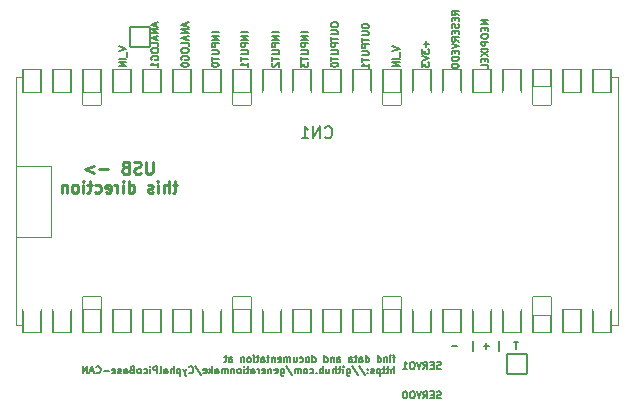
<source format=gbo>
G04 #@! TF.GenerationSoftware,KiCad,Pcbnew,6.0.11-2627ca5db0~126~ubuntu22.04.1*
G04 #@! TF.CreationDate,2023-09-21T12:17:27+02:00*
G04 #@! TF.ProjectId,CyphalPicoBase-CAN,43797068-616c-4506-9963-6f426173652d,0.3*
G04 #@! TF.SameCoordinates,PX55d4a80PY57bcf00*
G04 #@! TF.FileFunction,Legend,Bot*
G04 #@! TF.FilePolarity,Positive*
%FSLAX46Y46*%
G04 Gerber Fmt 4.6, Leading zero omitted, Abs format (unit mm)*
G04 Created by KiCad (PCBNEW 6.0.11-2627ca5db0~126~ubuntu22.04.1) date 2023-09-21 12:17:27*
%MOMM*%
%LPD*%
G01*
G04 APERTURE LIST*
G04 Aperture macros list*
%AMRoundRect*
0 Rectangle with rounded corners*
0 $1 Rounding radius*
0 $2 $3 $4 $5 $6 $7 $8 $9 X,Y pos of 4 corners*
0 Add a 4 corners polygon primitive as box body*
4,1,4,$2,$3,$4,$5,$6,$7,$8,$9,$2,$3,0*
0 Add four circle primitives for the rounded corners*
1,1,$1+$1,$2,$3*
1,1,$1+$1,$4,$5*
1,1,$1+$1,$6,$7*
1,1,$1+$1,$8,$9*
0 Add four rect primitives between the rounded corners*
20,1,$1+$1,$2,$3,$4,$5,0*
20,1,$1+$1,$4,$5,$6,$7,0*
20,1,$1+$1,$6,$7,$8,$9,0*
20,1,$1+$1,$8,$9,$2,$3,0*%
G04 Aperture macros list end*
%ADD10C,0.250000*%
%ADD11C,0.150000*%
%ADD12C,0.120000*%
%ADD13C,0.010000*%
%ADD14C,5.902000*%
%ADD15RoundRect,0.051000X-0.850000X0.850000X-0.850000X-0.850000X0.850000X-0.850000X0.850000X0.850000X0*%
%ADD16O,1.802000X1.802000*%
%ADD17RoundRect,0.051000X0.850000X-0.850000X0.850000X0.850000X-0.850000X0.850000X-0.850000X-0.850000X0*%
%ADD18C,1.702000*%
%ADD19RoundRect,0.051000X0.762000X-1.000000X0.762000X1.000000X-0.762000X1.000000X-0.762000X-1.000000X0*%
%ADD20RoundRect,0.051000X0.800000X-0.800000X0.800000X0.800000X-0.800000X0.800000X-0.800000X-0.800000X0*%
G04 APERTURE END LIST*
D10*
X-13919048Y3352620D02*
X-13919048Y2543096D01*
X-13966667Y2447858D01*
X-14014286Y2400239D01*
X-14109524Y2352620D01*
X-14300000Y2352620D01*
X-14395239Y2400239D01*
X-14442858Y2447858D01*
X-14490477Y2543096D01*
X-14490477Y3352620D01*
X-14919048Y2400239D02*
X-15061905Y2352620D01*
X-15300000Y2352620D01*
X-15395239Y2400239D01*
X-15442858Y2447858D01*
X-15490477Y2543096D01*
X-15490477Y2638334D01*
X-15442858Y2733572D01*
X-15395239Y2781191D01*
X-15300000Y2828810D01*
X-15109524Y2876429D01*
X-15014286Y2924048D01*
X-14966667Y2971667D01*
X-14919048Y3066905D01*
X-14919048Y3162143D01*
X-14966667Y3257381D01*
X-15014286Y3305000D01*
X-15109524Y3352620D01*
X-15347620Y3352620D01*
X-15490477Y3305000D01*
X-16252381Y2876429D02*
X-16395239Y2828810D01*
X-16442858Y2781191D01*
X-16490477Y2685953D01*
X-16490477Y2543096D01*
X-16442858Y2447858D01*
X-16395239Y2400239D01*
X-16300000Y2352620D01*
X-15919048Y2352620D01*
X-15919048Y3352620D01*
X-16252381Y3352620D01*
X-16347620Y3305000D01*
X-16395239Y3257381D01*
X-16442858Y3162143D01*
X-16442858Y3066905D01*
X-16395239Y2971667D01*
X-16347620Y2924048D01*
X-16252381Y2876429D01*
X-15919048Y2876429D01*
X-17680953Y2733572D02*
X-18442858Y2733572D01*
X-18919048Y3019286D02*
X-19680953Y2733572D01*
X-18919048Y2447858D01*
X-11847620Y1409286D02*
X-12228572Y1409286D01*
X-11990477Y1742620D02*
X-11990477Y885477D01*
X-12038096Y790239D01*
X-12133334Y742620D01*
X-12228572Y742620D01*
X-12561905Y742620D02*
X-12561905Y1742620D01*
X-12990477Y742620D02*
X-12990477Y1266429D01*
X-12942858Y1361667D01*
X-12847620Y1409286D01*
X-12704762Y1409286D01*
X-12609524Y1361667D01*
X-12561905Y1314048D01*
X-13466667Y742620D02*
X-13466667Y1409286D01*
X-13466667Y1742620D02*
X-13419048Y1695000D01*
X-13466667Y1647381D01*
X-13514286Y1695000D01*
X-13466667Y1742620D01*
X-13466667Y1647381D01*
X-13895239Y790239D02*
X-13990477Y742620D01*
X-14180953Y742620D01*
X-14276191Y790239D01*
X-14323810Y885477D01*
X-14323810Y933096D01*
X-14276191Y1028334D01*
X-14180953Y1075953D01*
X-14038096Y1075953D01*
X-13942858Y1123572D01*
X-13895239Y1218810D01*
X-13895239Y1266429D01*
X-13942858Y1361667D01*
X-14038096Y1409286D01*
X-14180953Y1409286D01*
X-14276191Y1361667D01*
X-15942858Y742620D02*
X-15942858Y1742620D01*
X-15942858Y790239D02*
X-15847620Y742620D01*
X-15657143Y742620D01*
X-15561905Y790239D01*
X-15514286Y837858D01*
X-15466667Y933096D01*
X-15466667Y1218810D01*
X-15514286Y1314048D01*
X-15561905Y1361667D01*
X-15657143Y1409286D01*
X-15847620Y1409286D01*
X-15942858Y1361667D01*
X-16419048Y742620D02*
X-16419048Y1409286D01*
X-16419048Y1742620D02*
X-16371429Y1695000D01*
X-16419048Y1647381D01*
X-16466667Y1695000D01*
X-16419048Y1742620D01*
X-16419048Y1647381D01*
X-16895239Y742620D02*
X-16895239Y1409286D01*
X-16895239Y1218810D02*
X-16942858Y1314048D01*
X-16990477Y1361667D01*
X-17085715Y1409286D01*
X-17180953Y1409286D01*
X-17895239Y790239D02*
X-17800000Y742620D01*
X-17609524Y742620D01*
X-17514286Y790239D01*
X-17466667Y885477D01*
X-17466667Y1266429D01*
X-17514286Y1361667D01*
X-17609524Y1409286D01*
X-17800000Y1409286D01*
X-17895239Y1361667D01*
X-17942858Y1266429D01*
X-17942858Y1171191D01*
X-17466667Y1075953D01*
X-18800000Y790239D02*
X-18704762Y742620D01*
X-18514286Y742620D01*
X-18419048Y790239D01*
X-18371429Y837858D01*
X-18323810Y933096D01*
X-18323810Y1218810D01*
X-18371429Y1314048D01*
X-18419048Y1361667D01*
X-18514286Y1409286D01*
X-18704762Y1409286D01*
X-18800000Y1361667D01*
X-19085715Y1409286D02*
X-19466667Y1409286D01*
X-19228572Y1742620D02*
X-19228572Y885477D01*
X-19276191Y790239D01*
X-19371429Y742620D01*
X-19466667Y742620D01*
X-19800000Y742620D02*
X-19800000Y1409286D01*
X-19800000Y1742620D02*
X-19752381Y1695000D01*
X-19800000Y1647381D01*
X-19847620Y1695000D01*
X-19800000Y1742620D01*
X-19800000Y1647381D01*
X-20419048Y742620D02*
X-20323810Y790239D01*
X-20276191Y837858D01*
X-20228572Y933096D01*
X-20228572Y1218810D01*
X-20276191Y1314048D01*
X-20323810Y1361667D01*
X-20419048Y1409286D01*
X-20561905Y1409286D01*
X-20657143Y1361667D01*
X-20704762Y1314048D01*
X-20752381Y1218810D01*
X-20752381Y933096D01*
X-20704762Y837858D01*
X-20657143Y790239D01*
X-20561905Y742620D01*
X-20419048Y742620D01*
X-21180953Y1409286D02*
X-21180953Y742620D01*
X-21180953Y1314048D02*
X-21228572Y1361667D01*
X-21323810Y1409286D01*
X-21466667Y1409286D01*
X-21561905Y1361667D01*
X-21609524Y1266429D01*
X-21609524Y742620D01*
D11*
X-11050000Y15126072D02*
X-11050000Y14840358D01*
X-10878572Y15183215D02*
X-11478572Y14983215D01*
X-10878572Y14783215D01*
X-10878572Y14583215D02*
X-11478572Y14583215D01*
X-10878572Y14240358D01*
X-11478572Y14240358D01*
X-11050000Y13983215D02*
X-11050000Y13697500D01*
X-10878572Y14040358D02*
X-11478572Y13840358D01*
X-10878572Y13640358D01*
X-10878572Y13154643D02*
X-10878572Y13440358D01*
X-11478572Y13440358D01*
X-11478572Y12840358D02*
X-11478572Y12726072D01*
X-11450000Y12668929D01*
X-11392858Y12611786D01*
X-11278572Y12583215D01*
X-11078572Y12583215D01*
X-10964286Y12611786D01*
X-10907143Y12668929D01*
X-10878572Y12726072D01*
X-10878572Y12840358D01*
X-10907143Y12897500D01*
X-10964286Y12954643D01*
X-11078572Y12983215D01*
X-11278572Y12983215D01*
X-11392858Y12954643D01*
X-11450000Y12897500D01*
X-11478572Y12840358D01*
X-11450000Y12011786D02*
X-11478572Y12068929D01*
X-11478572Y12154643D01*
X-11450000Y12240358D01*
X-11392858Y12297500D01*
X-11335715Y12326072D01*
X-11221429Y12354643D01*
X-11135715Y12354643D01*
X-11021429Y12326072D01*
X-10964286Y12297500D01*
X-10907143Y12240358D01*
X-10878572Y12154643D01*
X-10878572Y12097500D01*
X-10907143Y12011786D01*
X-10935715Y11983215D01*
X-11135715Y11983215D01*
X-11135715Y12097500D01*
X-11478572Y11611786D02*
X-11478572Y11554643D01*
X-11450000Y11497500D01*
X-11421429Y11468929D01*
X-11364286Y11440358D01*
X-11250000Y11411786D01*
X-11107143Y11411786D01*
X-10992858Y11440358D01*
X-10935715Y11468929D01*
X-10907143Y11497500D01*
X-10878572Y11554643D01*
X-10878572Y11611786D01*
X-10907143Y11668929D01*
X-10935715Y11697500D01*
X-10992858Y11726072D01*
X-11107143Y11754643D01*
X-11250000Y11754643D01*
X-11364286Y11726072D01*
X-11421429Y11697500D01*
X-11450000Y11668929D01*
X-11478572Y11611786D01*
X-8328572Y14326072D02*
X-8928572Y14326072D01*
X-8328572Y14040358D02*
X-8928572Y14040358D01*
X-8328572Y13697500D01*
X-8928572Y13697500D01*
X-8328572Y13411786D02*
X-8928572Y13411786D01*
X-8928572Y13183215D01*
X-8900000Y13126072D01*
X-8871429Y13097500D01*
X-8814286Y13068929D01*
X-8728572Y13068929D01*
X-8671429Y13097500D01*
X-8642858Y13126072D01*
X-8614286Y13183215D01*
X-8614286Y13411786D01*
X-8928572Y12811786D02*
X-8442858Y12811786D01*
X-8385715Y12783215D01*
X-8357143Y12754643D01*
X-8328572Y12697500D01*
X-8328572Y12583215D01*
X-8357143Y12526072D01*
X-8385715Y12497500D01*
X-8442858Y12468929D01*
X-8928572Y12468929D01*
X-8928572Y12268929D02*
X-8928572Y11926072D01*
X-8328572Y12097500D02*
X-8928572Y12097500D01*
X-8928572Y11611786D02*
X-8928572Y11554643D01*
X-8900000Y11497500D01*
X-8871429Y11468929D01*
X-8814286Y11440358D01*
X-8700000Y11411786D01*
X-8557143Y11411786D01*
X-8442858Y11440358D01*
X-8385715Y11468929D01*
X-8357143Y11497500D01*
X-8328572Y11554643D01*
X-8328572Y11611786D01*
X-8357143Y11668929D01*
X-8385715Y11697500D01*
X-8442858Y11726072D01*
X-8557143Y11754643D01*
X-8700000Y11754643D01*
X-8814286Y11726072D01*
X-8871429Y11697500D01*
X-8900000Y11668929D01*
X-8928572Y11611786D01*
X3771428Y14911786D02*
X3771428Y14797500D01*
X3800000Y14740358D01*
X3857142Y14683215D01*
X3971428Y14654643D01*
X4171428Y14654643D01*
X4285714Y14683215D01*
X4342857Y14740358D01*
X4371428Y14797500D01*
X4371428Y14911786D01*
X4342857Y14968929D01*
X4285714Y15026072D01*
X4171428Y15054643D01*
X3971428Y15054643D01*
X3857142Y15026072D01*
X3800000Y14968929D01*
X3771428Y14911786D01*
X3771428Y14397500D02*
X4257142Y14397500D01*
X4314285Y14368929D01*
X4342857Y14340358D01*
X4371428Y14283215D01*
X4371428Y14168929D01*
X4342857Y14111786D01*
X4314285Y14083215D01*
X4257142Y14054643D01*
X3771428Y14054643D01*
X3771428Y13854643D02*
X3771428Y13511786D01*
X4371428Y13683215D02*
X3771428Y13683215D01*
X4371428Y13311786D02*
X3771428Y13311786D01*
X3771428Y13083215D01*
X3800000Y13026072D01*
X3828571Y12997500D01*
X3885714Y12968929D01*
X3971428Y12968929D01*
X4028571Y12997500D01*
X4057142Y13026072D01*
X4085714Y13083215D01*
X4085714Y13311786D01*
X3771428Y12711786D02*
X4257142Y12711786D01*
X4314285Y12683215D01*
X4342857Y12654643D01*
X4371428Y12597500D01*
X4371428Y12483215D01*
X4342857Y12426072D01*
X4314285Y12397500D01*
X4257142Y12368929D01*
X3771428Y12368929D01*
X3771428Y12168929D02*
X3771428Y11826072D01*
X4371428Y11997500D02*
X3771428Y11997500D01*
X4371428Y11311786D02*
X4371428Y11654643D01*
X4371428Y11483215D02*
X3771428Y11483215D01*
X3857142Y11540358D01*
X3914285Y11597500D01*
X3942857Y11654643D01*
X10488214Y-14142857D02*
X10402500Y-14171428D01*
X10259642Y-14171428D01*
X10202500Y-14142857D01*
X10173928Y-14114285D01*
X10145357Y-14057142D01*
X10145357Y-14000000D01*
X10173928Y-13942857D01*
X10202500Y-13914285D01*
X10259642Y-13885714D01*
X10373928Y-13857142D01*
X10431071Y-13828571D01*
X10459642Y-13800000D01*
X10488214Y-13742857D01*
X10488214Y-13685714D01*
X10459642Y-13628571D01*
X10431071Y-13600000D01*
X10373928Y-13571428D01*
X10231071Y-13571428D01*
X10145357Y-13600000D01*
X9888214Y-13857142D02*
X9688214Y-13857142D01*
X9602500Y-14171428D02*
X9888214Y-14171428D01*
X9888214Y-13571428D01*
X9602500Y-13571428D01*
X9002500Y-14171428D02*
X9202500Y-13885714D01*
X9345357Y-14171428D02*
X9345357Y-13571428D01*
X9116785Y-13571428D01*
X9059642Y-13600000D01*
X9031071Y-13628571D01*
X9002500Y-13685714D01*
X9002500Y-13771428D01*
X9031071Y-13828571D01*
X9059642Y-13857142D01*
X9116785Y-13885714D01*
X9345357Y-13885714D01*
X8831071Y-13571428D02*
X8631071Y-14171428D01*
X8431071Y-13571428D01*
X8116785Y-13571428D02*
X8002500Y-13571428D01*
X7945357Y-13600000D01*
X7888214Y-13657142D01*
X7859642Y-13771428D01*
X7859642Y-13971428D01*
X7888214Y-14085714D01*
X7945357Y-14142857D01*
X8002500Y-14171428D01*
X8116785Y-14171428D01*
X8173928Y-14142857D01*
X8231071Y-14085714D01*
X8259642Y-13971428D01*
X8259642Y-13771428D01*
X8231071Y-13657142D01*
X8173928Y-13600000D01*
X8116785Y-13571428D01*
X7288214Y-14171428D02*
X7631071Y-14171428D01*
X7459642Y-14171428D02*
X7459642Y-13571428D01*
X7516785Y-13657142D01*
X7573928Y-13714285D01*
X7631071Y-13742857D01*
X-13600000Y15126072D02*
X-13600000Y14840358D01*
X-13428572Y15183215D02*
X-14028572Y14983215D01*
X-13428572Y14783215D01*
X-13428572Y14583215D02*
X-14028572Y14583215D01*
X-13428572Y14240358D01*
X-14028572Y14240358D01*
X-13600000Y13983215D02*
X-13600000Y13697500D01*
X-13428572Y14040358D02*
X-14028572Y13840358D01*
X-13428572Y13640358D01*
X-13428572Y13154643D02*
X-13428572Y13440358D01*
X-14028572Y13440358D01*
X-14028572Y12840358D02*
X-14028572Y12726072D01*
X-14000000Y12668929D01*
X-13942858Y12611786D01*
X-13828572Y12583215D01*
X-13628572Y12583215D01*
X-13514286Y12611786D01*
X-13457143Y12668929D01*
X-13428572Y12726072D01*
X-13428572Y12840358D01*
X-13457143Y12897500D01*
X-13514286Y12954643D01*
X-13628572Y12983215D01*
X-13828572Y12983215D01*
X-13942858Y12954643D01*
X-14000000Y12897500D01*
X-14028572Y12840358D01*
X-14000000Y12011786D02*
X-14028572Y12068929D01*
X-14028572Y12154643D01*
X-14000000Y12240358D01*
X-13942858Y12297500D01*
X-13885715Y12326072D01*
X-13771429Y12354643D01*
X-13685715Y12354643D01*
X-13571429Y12326072D01*
X-13514286Y12297500D01*
X-13457143Y12240358D01*
X-13428572Y12154643D01*
X-13428572Y12097500D01*
X-13457143Y12011786D01*
X-13485715Y11983215D01*
X-13685715Y11983215D01*
X-13685715Y12097500D01*
X-13428572Y11411786D02*
X-13428572Y11754643D01*
X-13428572Y11583215D02*
X-14028572Y11583215D01*
X-13942858Y11640358D01*
X-13885715Y11697500D01*
X-13857143Y11754643D01*
X9262857Y13554643D02*
X9262857Y13097500D01*
X9491428Y13326072D02*
X9034285Y13326072D01*
X8891428Y12868929D02*
X8891428Y12497500D01*
X9120000Y12697500D01*
X9120000Y12611786D01*
X9148571Y12554643D01*
X9177142Y12526072D01*
X9234285Y12497500D01*
X9377142Y12497500D01*
X9434285Y12526072D01*
X9462857Y12554643D01*
X9491428Y12611786D01*
X9491428Y12783215D01*
X9462857Y12840358D01*
X9434285Y12868929D01*
X8891428Y12326072D02*
X9491428Y12126072D01*
X8891428Y11926072D01*
X8891428Y11783215D02*
X8891428Y11411786D01*
X9120000Y11611786D01*
X9120000Y11526072D01*
X9148571Y11468929D01*
X9177142Y11440358D01*
X9234285Y11411786D01*
X9377142Y11411786D01*
X9434285Y11440358D01*
X9462857Y11468929D01*
X9491428Y11526072D01*
X9491428Y11697500D01*
X9462857Y11754643D01*
X9434285Y11783215D01*
X10488214Y-16642857D02*
X10402500Y-16671428D01*
X10259642Y-16671428D01*
X10202500Y-16642857D01*
X10173928Y-16614285D01*
X10145357Y-16557142D01*
X10145357Y-16500000D01*
X10173928Y-16442857D01*
X10202500Y-16414285D01*
X10259642Y-16385714D01*
X10373928Y-16357142D01*
X10431071Y-16328571D01*
X10459642Y-16300000D01*
X10488214Y-16242857D01*
X10488214Y-16185714D01*
X10459642Y-16128571D01*
X10431071Y-16100000D01*
X10373928Y-16071428D01*
X10231071Y-16071428D01*
X10145357Y-16100000D01*
X9888214Y-16357142D02*
X9688214Y-16357142D01*
X9602500Y-16671428D02*
X9888214Y-16671428D01*
X9888214Y-16071428D01*
X9602500Y-16071428D01*
X9002500Y-16671428D02*
X9202500Y-16385714D01*
X9345357Y-16671428D02*
X9345357Y-16071428D01*
X9116785Y-16071428D01*
X9059642Y-16100000D01*
X9031071Y-16128571D01*
X9002500Y-16185714D01*
X9002500Y-16271428D01*
X9031071Y-16328571D01*
X9059642Y-16357142D01*
X9116785Y-16385714D01*
X9345357Y-16385714D01*
X8831071Y-16071428D02*
X8631071Y-16671428D01*
X8431071Y-16071428D01*
X8116785Y-16071428D02*
X8002500Y-16071428D01*
X7945357Y-16100000D01*
X7888214Y-16157142D01*
X7859642Y-16271428D01*
X7859642Y-16471428D01*
X7888214Y-16585714D01*
X7945357Y-16642857D01*
X8002500Y-16671428D01*
X8116785Y-16671428D01*
X8173928Y-16642857D01*
X8231071Y-16585714D01*
X8259642Y-16471428D01*
X8259642Y-16271428D01*
X8231071Y-16157142D01*
X8173928Y-16100000D01*
X8116785Y-16071428D01*
X7488214Y-16071428D02*
X7431071Y-16071428D01*
X7373928Y-16100000D01*
X7345357Y-16128571D01*
X7316785Y-16185714D01*
X7288214Y-16300000D01*
X7288214Y-16442857D01*
X7316785Y-16557142D01*
X7345357Y-16614285D01*
X7373928Y-16642857D01*
X7431071Y-16671428D01*
X7488214Y-16671428D01*
X7545357Y-16642857D01*
X7573928Y-16614285D01*
X7602500Y-16557142D01*
X7631071Y-16442857D01*
X7631071Y-16300000D01*
X7602500Y-16185714D01*
X7573928Y-16128571D01*
X7545357Y-16100000D01*
X7488214Y-16071428D01*
X-16728572Y13126072D02*
X-16128572Y12926072D01*
X-16728572Y12726072D01*
X-16071429Y12668929D02*
X-16071429Y12211786D01*
X-16128572Y12068929D02*
X-16728572Y12068929D01*
X-16128572Y11783215D02*
X-16728572Y11783215D01*
X-16128572Y11440358D01*
X-16728572Y11440358D01*
X-3228572Y14326072D02*
X-3828572Y14326072D01*
X-3228572Y14040358D02*
X-3828572Y14040358D01*
X-3228572Y13697500D01*
X-3828572Y13697500D01*
X-3228572Y13411786D02*
X-3828572Y13411786D01*
X-3828572Y13183215D01*
X-3800000Y13126072D01*
X-3771429Y13097500D01*
X-3714286Y13068929D01*
X-3628572Y13068929D01*
X-3571429Y13097500D01*
X-3542858Y13126072D01*
X-3514286Y13183215D01*
X-3514286Y13411786D01*
X-3828572Y12811786D02*
X-3342858Y12811786D01*
X-3285715Y12783215D01*
X-3257143Y12754643D01*
X-3228572Y12697500D01*
X-3228572Y12583215D01*
X-3257143Y12526072D01*
X-3285715Y12497500D01*
X-3342858Y12468929D01*
X-3828572Y12468929D01*
X-3828572Y12268929D02*
X-3828572Y11926072D01*
X-3228572Y12097500D02*
X-3828572Y12097500D01*
X-3771429Y11754643D02*
X-3800000Y11726072D01*
X-3828572Y11668929D01*
X-3828572Y11526072D01*
X-3800000Y11468929D01*
X-3771429Y11440358D01*
X-3714286Y11411786D01*
X-3657143Y11411786D01*
X-3571429Y11440358D01*
X-3228572Y11783215D01*
X-3228572Y11411786D01*
X17045357Y-11871428D02*
X16702500Y-11871428D01*
X16873928Y-12471428D02*
X16873928Y-11871428D01*
X15445357Y-12671428D02*
X15445357Y-11814285D01*
X14559642Y-12242857D02*
X14102500Y-12242857D01*
X14331071Y-12471428D02*
X14331071Y-12014285D01*
X13216785Y-12671428D02*
X13216785Y-11814285D01*
X11873928Y-12242857D02*
X11416785Y-12242857D01*
X6391428Y13126072D02*
X6991428Y12926072D01*
X6391428Y12726072D01*
X7048571Y12668929D02*
X7048571Y12211786D01*
X6991428Y12068929D02*
X6391428Y12068929D01*
X6991428Y11783215D02*
X6391428Y11783215D01*
X6991428Y11440358D01*
X6391428Y11440358D01*
X6645357Y-13188428D02*
X6416785Y-13188428D01*
X6559642Y-13588428D02*
X6559642Y-13074142D01*
X6531071Y-13017000D01*
X6473928Y-12988428D01*
X6416785Y-12988428D01*
X6216785Y-13588428D02*
X6216785Y-13188428D01*
X6216785Y-12988428D02*
X6245357Y-13017000D01*
X6216785Y-13045571D01*
X6188214Y-13017000D01*
X6216785Y-12988428D01*
X6216785Y-13045571D01*
X5931071Y-13188428D02*
X5931071Y-13588428D01*
X5931071Y-13245571D02*
X5902500Y-13217000D01*
X5845357Y-13188428D01*
X5759642Y-13188428D01*
X5702500Y-13217000D01*
X5673928Y-13274142D01*
X5673928Y-13588428D01*
X5131071Y-13588428D02*
X5131071Y-12988428D01*
X5131071Y-13559857D02*
X5188214Y-13588428D01*
X5302500Y-13588428D01*
X5359642Y-13559857D01*
X5388214Y-13531285D01*
X5416785Y-13474142D01*
X5416785Y-13302714D01*
X5388214Y-13245571D01*
X5359642Y-13217000D01*
X5302500Y-13188428D01*
X5188214Y-13188428D01*
X5131071Y-13217000D01*
X4131071Y-13588428D02*
X4131071Y-12988428D01*
X4131071Y-13559857D02*
X4188214Y-13588428D01*
X4302500Y-13588428D01*
X4359642Y-13559857D01*
X4388214Y-13531285D01*
X4416785Y-13474142D01*
X4416785Y-13302714D01*
X4388214Y-13245571D01*
X4359642Y-13217000D01*
X4302500Y-13188428D01*
X4188214Y-13188428D01*
X4131071Y-13217000D01*
X3588214Y-13588428D02*
X3588214Y-13274142D01*
X3616785Y-13217000D01*
X3673928Y-13188428D01*
X3788214Y-13188428D01*
X3845357Y-13217000D01*
X3588214Y-13559857D02*
X3645357Y-13588428D01*
X3788214Y-13588428D01*
X3845357Y-13559857D01*
X3873928Y-13502714D01*
X3873928Y-13445571D01*
X3845357Y-13388428D01*
X3788214Y-13359857D01*
X3645357Y-13359857D01*
X3588214Y-13331285D01*
X3388214Y-13188428D02*
X3159642Y-13188428D01*
X3302500Y-12988428D02*
X3302500Y-13502714D01*
X3273928Y-13559857D01*
X3216785Y-13588428D01*
X3159642Y-13588428D01*
X2702500Y-13588428D02*
X2702500Y-13274142D01*
X2731071Y-13217000D01*
X2788214Y-13188428D01*
X2902500Y-13188428D01*
X2959642Y-13217000D01*
X2702500Y-13559857D02*
X2759642Y-13588428D01*
X2902500Y-13588428D01*
X2959642Y-13559857D01*
X2988214Y-13502714D01*
X2988214Y-13445571D01*
X2959642Y-13388428D01*
X2902500Y-13359857D01*
X2759642Y-13359857D01*
X2702500Y-13331285D01*
X1702500Y-13588428D02*
X1702500Y-13274142D01*
X1731071Y-13217000D01*
X1788214Y-13188428D01*
X1902500Y-13188428D01*
X1959642Y-13217000D01*
X1702500Y-13559857D02*
X1759642Y-13588428D01*
X1902500Y-13588428D01*
X1959642Y-13559857D01*
X1988214Y-13502714D01*
X1988214Y-13445571D01*
X1959642Y-13388428D01*
X1902500Y-13359857D01*
X1759642Y-13359857D01*
X1702500Y-13331285D01*
X1416785Y-13188428D02*
X1416785Y-13588428D01*
X1416785Y-13245571D02*
X1388214Y-13217000D01*
X1331071Y-13188428D01*
X1245357Y-13188428D01*
X1188214Y-13217000D01*
X1159642Y-13274142D01*
X1159642Y-13588428D01*
X616785Y-13588428D02*
X616785Y-12988428D01*
X616785Y-13559857D02*
X673928Y-13588428D01*
X788214Y-13588428D01*
X845357Y-13559857D01*
X873928Y-13531285D01*
X902500Y-13474142D01*
X902500Y-13302714D01*
X873928Y-13245571D01*
X845357Y-13217000D01*
X788214Y-13188428D01*
X673928Y-13188428D01*
X616785Y-13217000D01*
X-383215Y-13588428D02*
X-383215Y-12988428D01*
X-383215Y-13559857D02*
X-326072Y-13588428D01*
X-211786Y-13588428D01*
X-154643Y-13559857D01*
X-126072Y-13531285D01*
X-97500Y-13474142D01*
X-97500Y-13302714D01*
X-126072Y-13245571D01*
X-154643Y-13217000D01*
X-211786Y-13188428D01*
X-326072Y-13188428D01*
X-383215Y-13217000D01*
X-754643Y-13588428D02*
X-697500Y-13559857D01*
X-668929Y-13531285D01*
X-640358Y-13474142D01*
X-640358Y-13302714D01*
X-668929Y-13245571D01*
X-697500Y-13217000D01*
X-754643Y-13188428D01*
X-840358Y-13188428D01*
X-897500Y-13217000D01*
X-926072Y-13245571D01*
X-954643Y-13302714D01*
X-954643Y-13474142D01*
X-926072Y-13531285D01*
X-897500Y-13559857D01*
X-840358Y-13588428D01*
X-754643Y-13588428D01*
X-1468929Y-13559857D02*
X-1411786Y-13588428D01*
X-1297500Y-13588428D01*
X-1240358Y-13559857D01*
X-1211786Y-13531285D01*
X-1183215Y-13474142D01*
X-1183215Y-13302714D01*
X-1211786Y-13245571D01*
X-1240358Y-13217000D01*
X-1297500Y-13188428D01*
X-1411786Y-13188428D01*
X-1468929Y-13217000D01*
X-1983215Y-13188428D02*
X-1983215Y-13588428D01*
X-1726072Y-13188428D02*
X-1726072Y-13502714D01*
X-1754643Y-13559857D01*
X-1811786Y-13588428D01*
X-1897500Y-13588428D01*
X-1954643Y-13559857D01*
X-1983215Y-13531285D01*
X-2268929Y-13588428D02*
X-2268929Y-13188428D01*
X-2268929Y-13245571D02*
X-2297500Y-13217000D01*
X-2354643Y-13188428D01*
X-2440358Y-13188428D01*
X-2497500Y-13217000D01*
X-2526072Y-13274142D01*
X-2526072Y-13588428D01*
X-2526072Y-13274142D02*
X-2554643Y-13217000D01*
X-2611786Y-13188428D01*
X-2697500Y-13188428D01*
X-2754643Y-13217000D01*
X-2783215Y-13274142D01*
X-2783215Y-13588428D01*
X-3297500Y-13559857D02*
X-3240358Y-13588428D01*
X-3126072Y-13588428D01*
X-3068929Y-13559857D01*
X-3040358Y-13502714D01*
X-3040358Y-13274142D01*
X-3068929Y-13217000D01*
X-3126072Y-13188428D01*
X-3240358Y-13188428D01*
X-3297500Y-13217000D01*
X-3326072Y-13274142D01*
X-3326072Y-13331285D01*
X-3040358Y-13388428D01*
X-3583215Y-13188428D02*
X-3583215Y-13588428D01*
X-3583215Y-13245571D02*
X-3611786Y-13217000D01*
X-3668929Y-13188428D01*
X-3754643Y-13188428D01*
X-3811786Y-13217000D01*
X-3840358Y-13274142D01*
X-3840358Y-13588428D01*
X-4040358Y-13188428D02*
X-4268929Y-13188428D01*
X-4126072Y-12988428D02*
X-4126072Y-13502714D01*
X-4154643Y-13559857D01*
X-4211786Y-13588428D01*
X-4268929Y-13588428D01*
X-4726072Y-13588428D02*
X-4726072Y-13274142D01*
X-4697500Y-13217000D01*
X-4640358Y-13188428D01*
X-4526072Y-13188428D01*
X-4468929Y-13217000D01*
X-4726072Y-13559857D02*
X-4668929Y-13588428D01*
X-4526072Y-13588428D01*
X-4468929Y-13559857D01*
X-4440358Y-13502714D01*
X-4440358Y-13445571D01*
X-4468929Y-13388428D01*
X-4526072Y-13359857D01*
X-4668929Y-13359857D01*
X-4726072Y-13331285D01*
X-4926072Y-13188428D02*
X-5154643Y-13188428D01*
X-5011786Y-12988428D02*
X-5011786Y-13502714D01*
X-5040358Y-13559857D01*
X-5097500Y-13588428D01*
X-5154643Y-13588428D01*
X-5354643Y-13588428D02*
X-5354643Y-13188428D01*
X-5354643Y-12988428D02*
X-5326072Y-13017000D01*
X-5354643Y-13045571D01*
X-5383215Y-13017000D01*
X-5354643Y-12988428D01*
X-5354643Y-13045571D01*
X-5726072Y-13588428D02*
X-5668929Y-13559857D01*
X-5640358Y-13531285D01*
X-5611786Y-13474142D01*
X-5611786Y-13302714D01*
X-5640358Y-13245571D01*
X-5668929Y-13217000D01*
X-5726072Y-13188428D01*
X-5811786Y-13188428D01*
X-5868929Y-13217000D01*
X-5897500Y-13245571D01*
X-5926072Y-13302714D01*
X-5926072Y-13474142D01*
X-5897500Y-13531285D01*
X-5868929Y-13559857D01*
X-5811786Y-13588428D01*
X-5726072Y-13588428D01*
X-6183215Y-13188428D02*
X-6183215Y-13588428D01*
X-6183215Y-13245571D02*
X-6211786Y-13217000D01*
X-6268929Y-13188428D01*
X-6354643Y-13188428D01*
X-6411786Y-13217000D01*
X-6440358Y-13274142D01*
X-6440358Y-13588428D01*
X-7440358Y-13588428D02*
X-7440358Y-13274142D01*
X-7411786Y-13217000D01*
X-7354643Y-13188428D01*
X-7240358Y-13188428D01*
X-7183215Y-13217000D01*
X-7440358Y-13559857D02*
X-7383215Y-13588428D01*
X-7240358Y-13588428D01*
X-7183215Y-13559857D01*
X-7154643Y-13502714D01*
X-7154643Y-13445571D01*
X-7183215Y-13388428D01*
X-7240358Y-13359857D01*
X-7383215Y-13359857D01*
X-7440358Y-13331285D01*
X-7640358Y-13188428D02*
X-7868929Y-13188428D01*
X-7726072Y-12988428D02*
X-7726072Y-13502714D01*
X-7754643Y-13559857D01*
X-7811786Y-13588428D01*
X-7868929Y-13588428D01*
X6559642Y-14554428D02*
X6559642Y-13954428D01*
X6302500Y-14554428D02*
X6302500Y-14240142D01*
X6331071Y-14183000D01*
X6388214Y-14154428D01*
X6473928Y-14154428D01*
X6531071Y-14183000D01*
X6559642Y-14211571D01*
X6102500Y-14154428D02*
X5873928Y-14154428D01*
X6016785Y-13954428D02*
X6016785Y-14468714D01*
X5988214Y-14525857D01*
X5931071Y-14554428D01*
X5873928Y-14554428D01*
X5759642Y-14154428D02*
X5531071Y-14154428D01*
X5673928Y-13954428D02*
X5673928Y-14468714D01*
X5645357Y-14525857D01*
X5588214Y-14554428D01*
X5531071Y-14554428D01*
X5331071Y-14154428D02*
X5331071Y-14754428D01*
X5331071Y-14183000D02*
X5273928Y-14154428D01*
X5159642Y-14154428D01*
X5102500Y-14183000D01*
X5073928Y-14211571D01*
X5045357Y-14268714D01*
X5045357Y-14440142D01*
X5073928Y-14497285D01*
X5102500Y-14525857D01*
X5159642Y-14554428D01*
X5273928Y-14554428D01*
X5331071Y-14525857D01*
X4816785Y-14525857D02*
X4759642Y-14554428D01*
X4645357Y-14554428D01*
X4588214Y-14525857D01*
X4559642Y-14468714D01*
X4559642Y-14440142D01*
X4588214Y-14383000D01*
X4645357Y-14354428D01*
X4731071Y-14354428D01*
X4788214Y-14325857D01*
X4816785Y-14268714D01*
X4816785Y-14240142D01*
X4788214Y-14183000D01*
X4731071Y-14154428D01*
X4645357Y-14154428D01*
X4588214Y-14183000D01*
X4302500Y-14497285D02*
X4273928Y-14525857D01*
X4302500Y-14554428D01*
X4331071Y-14525857D01*
X4302500Y-14497285D01*
X4302500Y-14554428D01*
X4302500Y-14183000D02*
X4273928Y-14211571D01*
X4302500Y-14240142D01*
X4331071Y-14211571D01*
X4302500Y-14183000D01*
X4302500Y-14240142D01*
X3588214Y-13925857D02*
X4102500Y-14697285D01*
X2959642Y-13925857D02*
X3473928Y-14697285D01*
X2502500Y-14154428D02*
X2502500Y-14640142D01*
X2531071Y-14697285D01*
X2559642Y-14725857D01*
X2616785Y-14754428D01*
X2702500Y-14754428D01*
X2759642Y-14725857D01*
X2502500Y-14525857D02*
X2559642Y-14554428D01*
X2673928Y-14554428D01*
X2731071Y-14525857D01*
X2759642Y-14497285D01*
X2788214Y-14440142D01*
X2788214Y-14268714D01*
X2759642Y-14211571D01*
X2731071Y-14183000D01*
X2673928Y-14154428D01*
X2559642Y-14154428D01*
X2502500Y-14183000D01*
X2216785Y-14554428D02*
X2216785Y-14154428D01*
X2216785Y-13954428D02*
X2245357Y-13983000D01*
X2216785Y-14011571D01*
X2188214Y-13983000D01*
X2216785Y-13954428D01*
X2216785Y-14011571D01*
X2016785Y-14154428D02*
X1788214Y-14154428D01*
X1931071Y-13954428D02*
X1931071Y-14468714D01*
X1902500Y-14525857D01*
X1845357Y-14554428D01*
X1788214Y-14554428D01*
X1588214Y-14554428D02*
X1588214Y-13954428D01*
X1331071Y-14554428D02*
X1331071Y-14240142D01*
X1359642Y-14183000D01*
X1416785Y-14154428D01*
X1502500Y-14154428D01*
X1559642Y-14183000D01*
X1588214Y-14211571D01*
X788214Y-14154428D02*
X788214Y-14554428D01*
X1045357Y-14154428D02*
X1045357Y-14468714D01*
X1016785Y-14525857D01*
X959642Y-14554428D01*
X873928Y-14554428D01*
X816785Y-14525857D01*
X788214Y-14497285D01*
X502500Y-14554428D02*
X502500Y-13954428D01*
X502500Y-14183000D02*
X445357Y-14154428D01*
X331071Y-14154428D01*
X273928Y-14183000D01*
X245357Y-14211571D01*
X216785Y-14268714D01*
X216785Y-14440142D01*
X245357Y-14497285D01*
X273928Y-14525857D01*
X331071Y-14554428D01*
X445357Y-14554428D01*
X502500Y-14525857D01*
X-40358Y-14497285D02*
X-68929Y-14525857D01*
X-40358Y-14554428D01*
X-11786Y-14525857D01*
X-40358Y-14497285D01*
X-40358Y-14554428D01*
X-583215Y-14525857D02*
X-526072Y-14554428D01*
X-411786Y-14554428D01*
X-354643Y-14525857D01*
X-326072Y-14497285D01*
X-297500Y-14440142D01*
X-297500Y-14268714D01*
X-326072Y-14211571D01*
X-354643Y-14183000D01*
X-411786Y-14154428D01*
X-526072Y-14154428D01*
X-583215Y-14183000D01*
X-926072Y-14554428D02*
X-868929Y-14525857D01*
X-840358Y-14497285D01*
X-811786Y-14440142D01*
X-811786Y-14268714D01*
X-840358Y-14211571D01*
X-868929Y-14183000D01*
X-926072Y-14154428D01*
X-1011786Y-14154428D01*
X-1068929Y-14183000D01*
X-1097500Y-14211571D01*
X-1126072Y-14268714D01*
X-1126072Y-14440142D01*
X-1097500Y-14497285D01*
X-1068929Y-14525857D01*
X-1011786Y-14554428D01*
X-926072Y-14554428D01*
X-1383215Y-14554428D02*
X-1383215Y-14154428D01*
X-1383215Y-14211571D02*
X-1411786Y-14183000D01*
X-1468929Y-14154428D01*
X-1554643Y-14154428D01*
X-1611786Y-14183000D01*
X-1640358Y-14240142D01*
X-1640358Y-14554428D01*
X-1640358Y-14240142D02*
X-1668929Y-14183000D01*
X-1726072Y-14154428D01*
X-1811786Y-14154428D01*
X-1868929Y-14183000D01*
X-1897500Y-14240142D01*
X-1897500Y-14554428D01*
X-2611786Y-13925857D02*
X-2097500Y-14697285D01*
X-3068929Y-14154428D02*
X-3068929Y-14640142D01*
X-3040358Y-14697285D01*
X-3011786Y-14725857D01*
X-2954643Y-14754428D01*
X-2868929Y-14754428D01*
X-2811786Y-14725857D01*
X-3068929Y-14525857D02*
X-3011786Y-14554428D01*
X-2897500Y-14554428D01*
X-2840358Y-14525857D01*
X-2811786Y-14497285D01*
X-2783215Y-14440142D01*
X-2783215Y-14268714D01*
X-2811786Y-14211571D01*
X-2840358Y-14183000D01*
X-2897500Y-14154428D01*
X-3011786Y-14154428D01*
X-3068929Y-14183000D01*
X-3583215Y-14525857D02*
X-3526072Y-14554428D01*
X-3411786Y-14554428D01*
X-3354643Y-14525857D01*
X-3326072Y-14468714D01*
X-3326072Y-14240142D01*
X-3354643Y-14183000D01*
X-3411786Y-14154428D01*
X-3526072Y-14154428D01*
X-3583215Y-14183000D01*
X-3611786Y-14240142D01*
X-3611786Y-14297285D01*
X-3326072Y-14354428D01*
X-3868929Y-14154428D02*
X-3868929Y-14554428D01*
X-3868929Y-14211571D02*
X-3897500Y-14183000D01*
X-3954643Y-14154428D01*
X-4040358Y-14154428D01*
X-4097500Y-14183000D01*
X-4126072Y-14240142D01*
X-4126072Y-14554428D01*
X-4640358Y-14525857D02*
X-4583215Y-14554428D01*
X-4468929Y-14554428D01*
X-4411786Y-14525857D01*
X-4383215Y-14468714D01*
X-4383215Y-14240142D01*
X-4411786Y-14183000D01*
X-4468929Y-14154428D01*
X-4583215Y-14154428D01*
X-4640358Y-14183000D01*
X-4668929Y-14240142D01*
X-4668929Y-14297285D01*
X-4383215Y-14354428D01*
X-4926072Y-14554428D02*
X-4926072Y-14154428D01*
X-4926072Y-14268714D02*
X-4954643Y-14211571D01*
X-4983215Y-14183000D01*
X-5040358Y-14154428D01*
X-5097500Y-14154428D01*
X-5554643Y-14554428D02*
X-5554643Y-14240142D01*
X-5526072Y-14183000D01*
X-5468929Y-14154428D01*
X-5354643Y-14154428D01*
X-5297500Y-14183000D01*
X-5554643Y-14525857D02*
X-5497500Y-14554428D01*
X-5354643Y-14554428D01*
X-5297500Y-14525857D01*
X-5268929Y-14468714D01*
X-5268929Y-14411571D01*
X-5297500Y-14354428D01*
X-5354643Y-14325857D01*
X-5497500Y-14325857D01*
X-5554643Y-14297285D01*
X-5754643Y-14154428D02*
X-5983215Y-14154428D01*
X-5840358Y-13954428D02*
X-5840358Y-14468714D01*
X-5868929Y-14525857D01*
X-5926072Y-14554428D01*
X-5983215Y-14554428D01*
X-6183215Y-14554428D02*
X-6183215Y-14154428D01*
X-6183215Y-13954428D02*
X-6154643Y-13983000D01*
X-6183215Y-14011571D01*
X-6211786Y-13983000D01*
X-6183215Y-13954428D01*
X-6183215Y-14011571D01*
X-6554643Y-14554428D02*
X-6497500Y-14525857D01*
X-6468929Y-14497285D01*
X-6440358Y-14440142D01*
X-6440358Y-14268714D01*
X-6468929Y-14211571D01*
X-6497500Y-14183000D01*
X-6554643Y-14154428D01*
X-6640358Y-14154428D01*
X-6697500Y-14183000D01*
X-6726072Y-14211571D01*
X-6754643Y-14268714D01*
X-6754643Y-14440142D01*
X-6726072Y-14497285D01*
X-6697500Y-14525857D01*
X-6640358Y-14554428D01*
X-6554643Y-14554428D01*
X-7011786Y-14154428D02*
X-7011786Y-14554428D01*
X-7011786Y-14211571D02*
X-7040358Y-14183000D01*
X-7097500Y-14154428D01*
X-7183215Y-14154428D01*
X-7240358Y-14183000D01*
X-7268929Y-14240142D01*
X-7268929Y-14554428D01*
X-7554643Y-14554428D02*
X-7554643Y-14154428D01*
X-7554643Y-14211571D02*
X-7583215Y-14183000D01*
X-7640358Y-14154428D01*
X-7726072Y-14154428D01*
X-7783215Y-14183000D01*
X-7811786Y-14240142D01*
X-7811786Y-14554428D01*
X-7811786Y-14240142D02*
X-7840358Y-14183000D01*
X-7897500Y-14154428D01*
X-7983215Y-14154428D01*
X-8040358Y-14183000D01*
X-8068929Y-14240142D01*
X-8068929Y-14554428D01*
X-8611786Y-14554428D02*
X-8611786Y-14240142D01*
X-8583215Y-14183000D01*
X-8526072Y-14154428D01*
X-8411786Y-14154428D01*
X-8354643Y-14183000D01*
X-8611786Y-14525857D02*
X-8554643Y-14554428D01*
X-8411786Y-14554428D01*
X-8354643Y-14525857D01*
X-8326072Y-14468714D01*
X-8326072Y-14411571D01*
X-8354643Y-14354428D01*
X-8411786Y-14325857D01*
X-8554643Y-14325857D01*
X-8611786Y-14297285D01*
X-8897501Y-14554428D02*
X-8897501Y-13954428D01*
X-8954643Y-14325857D02*
X-9126072Y-14554428D01*
X-9126072Y-14154428D02*
X-8897501Y-14383000D01*
X-9611786Y-14525857D02*
X-9554643Y-14554428D01*
X-9440358Y-14554428D01*
X-9383215Y-14525857D01*
X-9354643Y-14468714D01*
X-9354643Y-14240142D01*
X-9383215Y-14183000D01*
X-9440358Y-14154428D01*
X-9554643Y-14154428D01*
X-9611786Y-14183000D01*
X-9640358Y-14240142D01*
X-9640358Y-14297285D01*
X-9354643Y-14354428D01*
X-10326072Y-13925857D02*
X-9811786Y-14697285D01*
X-10868929Y-14497285D02*
X-10840358Y-14525857D01*
X-10754643Y-14554428D01*
X-10697501Y-14554428D01*
X-10611786Y-14525857D01*
X-10554643Y-14468714D01*
X-10526072Y-14411571D01*
X-10497501Y-14297285D01*
X-10497501Y-14211571D01*
X-10526072Y-14097285D01*
X-10554643Y-14040142D01*
X-10611786Y-13983000D01*
X-10697501Y-13954428D01*
X-10754643Y-13954428D01*
X-10840358Y-13983000D01*
X-10868929Y-14011571D01*
X-11068929Y-14154428D02*
X-11211786Y-14554428D01*
X-11354643Y-14154428D02*
X-11211786Y-14554428D01*
X-11154643Y-14697285D01*
X-11126072Y-14725857D01*
X-11068929Y-14754428D01*
X-11583215Y-14154428D02*
X-11583215Y-14754428D01*
X-11583215Y-14183000D02*
X-11640358Y-14154428D01*
X-11754643Y-14154428D01*
X-11811786Y-14183000D01*
X-11840358Y-14211571D01*
X-11868929Y-14268714D01*
X-11868929Y-14440142D01*
X-11840358Y-14497285D01*
X-11811786Y-14525857D01*
X-11754643Y-14554428D01*
X-11640358Y-14554428D01*
X-11583215Y-14525857D01*
X-12126072Y-14554428D02*
X-12126072Y-13954428D01*
X-12383215Y-14554428D02*
X-12383215Y-14240142D01*
X-12354643Y-14183000D01*
X-12297501Y-14154428D01*
X-12211786Y-14154428D01*
X-12154643Y-14183000D01*
X-12126072Y-14211571D01*
X-12926072Y-14554428D02*
X-12926072Y-14240142D01*
X-12897501Y-14183000D01*
X-12840358Y-14154428D01*
X-12726072Y-14154428D01*
X-12668929Y-14183000D01*
X-12926072Y-14525857D02*
X-12868929Y-14554428D01*
X-12726072Y-14554428D01*
X-12668929Y-14525857D01*
X-12640358Y-14468714D01*
X-12640358Y-14411571D01*
X-12668929Y-14354428D01*
X-12726072Y-14325857D01*
X-12868929Y-14325857D01*
X-12926072Y-14297285D01*
X-13297500Y-14554428D02*
X-13240358Y-14525857D01*
X-13211786Y-14468714D01*
X-13211786Y-13954428D01*
X-13526072Y-14554428D02*
X-13526072Y-13954428D01*
X-13754643Y-13954428D01*
X-13811786Y-13983000D01*
X-13840358Y-14011571D01*
X-13868929Y-14068714D01*
X-13868929Y-14154428D01*
X-13840358Y-14211571D01*
X-13811786Y-14240142D01*
X-13754643Y-14268714D01*
X-13526072Y-14268714D01*
X-14126072Y-14554428D02*
X-14126072Y-14154428D01*
X-14126072Y-13954428D02*
X-14097501Y-13983000D01*
X-14126072Y-14011571D01*
X-14154643Y-13983000D01*
X-14126072Y-13954428D01*
X-14126072Y-14011571D01*
X-14668929Y-14525857D02*
X-14611786Y-14554428D01*
X-14497500Y-14554428D01*
X-14440358Y-14525857D01*
X-14411786Y-14497285D01*
X-14383215Y-14440142D01*
X-14383215Y-14268714D01*
X-14411786Y-14211571D01*
X-14440358Y-14183000D01*
X-14497500Y-14154428D01*
X-14611786Y-14154428D01*
X-14668929Y-14183000D01*
X-15011786Y-14554428D02*
X-14954643Y-14525857D01*
X-14926072Y-14497285D01*
X-14897501Y-14440142D01*
X-14897501Y-14268714D01*
X-14926072Y-14211571D01*
X-14954643Y-14183000D01*
X-15011786Y-14154428D01*
X-15097501Y-14154428D01*
X-15154643Y-14183000D01*
X-15183215Y-14211571D01*
X-15211786Y-14268714D01*
X-15211786Y-14440142D01*
X-15183215Y-14497285D01*
X-15154643Y-14525857D01*
X-15097501Y-14554428D01*
X-15011786Y-14554428D01*
X-15668929Y-14240142D02*
X-15754643Y-14268714D01*
X-15783215Y-14297285D01*
X-15811786Y-14354428D01*
X-15811786Y-14440142D01*
X-15783215Y-14497285D01*
X-15754643Y-14525857D01*
X-15697500Y-14554428D01*
X-15468929Y-14554428D01*
X-15468929Y-13954428D01*
X-15668929Y-13954428D01*
X-15726072Y-13983000D01*
X-15754643Y-14011571D01*
X-15783215Y-14068714D01*
X-15783215Y-14125857D01*
X-15754643Y-14183000D01*
X-15726072Y-14211571D01*
X-15668929Y-14240142D01*
X-15468929Y-14240142D01*
X-16326072Y-14554428D02*
X-16326072Y-14240142D01*
X-16297501Y-14183000D01*
X-16240358Y-14154428D01*
X-16126072Y-14154428D01*
X-16068929Y-14183000D01*
X-16326072Y-14525857D02*
X-16268929Y-14554428D01*
X-16126072Y-14554428D01*
X-16068929Y-14525857D01*
X-16040358Y-14468714D01*
X-16040358Y-14411571D01*
X-16068929Y-14354428D01*
X-16126072Y-14325857D01*
X-16268929Y-14325857D01*
X-16326072Y-14297285D01*
X-16583215Y-14525857D02*
X-16640358Y-14554428D01*
X-16754643Y-14554428D01*
X-16811786Y-14525857D01*
X-16840358Y-14468714D01*
X-16840358Y-14440142D01*
X-16811786Y-14383000D01*
X-16754643Y-14354428D01*
X-16668929Y-14354428D01*
X-16611786Y-14325857D01*
X-16583215Y-14268714D01*
X-16583215Y-14240142D01*
X-16611786Y-14183000D01*
X-16668929Y-14154428D01*
X-16754643Y-14154428D01*
X-16811786Y-14183000D01*
X-17326072Y-14525857D02*
X-17268929Y-14554428D01*
X-17154643Y-14554428D01*
X-17097501Y-14525857D01*
X-17068929Y-14468714D01*
X-17068929Y-14240142D01*
X-17097501Y-14183000D01*
X-17154643Y-14154428D01*
X-17268929Y-14154428D01*
X-17326072Y-14183000D01*
X-17354643Y-14240142D01*
X-17354643Y-14297285D01*
X-17068929Y-14354428D01*
X-17611786Y-14325857D02*
X-18068929Y-14325857D01*
X-18697501Y-14497285D02*
X-18668929Y-14525857D01*
X-18583215Y-14554428D01*
X-18526072Y-14554428D01*
X-18440358Y-14525857D01*
X-18383215Y-14468714D01*
X-18354643Y-14411571D01*
X-18326072Y-14297285D01*
X-18326072Y-14211571D01*
X-18354643Y-14097285D01*
X-18383215Y-14040142D01*
X-18440358Y-13983000D01*
X-18526072Y-13954428D01*
X-18583215Y-13954428D01*
X-18668929Y-13983000D01*
X-18697501Y-14011571D01*
X-18926072Y-14383000D02*
X-19211786Y-14383000D01*
X-18868929Y-14554428D02*
X-19068929Y-13954428D01*
X-19268929Y-14554428D01*
X-19468929Y-14554428D02*
X-19468929Y-13954428D01*
X-19811786Y-14554428D01*
X-19811786Y-13954428D01*
X1171428Y15011786D02*
X1171428Y14897500D01*
X1200000Y14840358D01*
X1257142Y14783215D01*
X1371428Y14754643D01*
X1571428Y14754643D01*
X1685714Y14783215D01*
X1742857Y14840358D01*
X1771428Y14897500D01*
X1771428Y15011786D01*
X1742857Y15068929D01*
X1685714Y15126072D01*
X1571428Y15154643D01*
X1371428Y15154643D01*
X1257142Y15126072D01*
X1200000Y15068929D01*
X1171428Y15011786D01*
X1171428Y14497500D02*
X1657142Y14497500D01*
X1714285Y14468929D01*
X1742857Y14440358D01*
X1771428Y14383215D01*
X1771428Y14268929D01*
X1742857Y14211786D01*
X1714285Y14183215D01*
X1657142Y14154643D01*
X1171428Y14154643D01*
X1171428Y13954643D02*
X1171428Y13611786D01*
X1771428Y13783215D02*
X1171428Y13783215D01*
X1771428Y13411786D02*
X1171428Y13411786D01*
X1171428Y13183215D01*
X1200000Y13126072D01*
X1228571Y13097500D01*
X1285714Y13068929D01*
X1371428Y13068929D01*
X1428571Y13097500D01*
X1457142Y13126072D01*
X1485714Y13183215D01*
X1485714Y13411786D01*
X1171428Y12811786D02*
X1657142Y12811786D01*
X1714285Y12783215D01*
X1742857Y12754643D01*
X1771428Y12697500D01*
X1771428Y12583215D01*
X1742857Y12526072D01*
X1714285Y12497500D01*
X1657142Y12468929D01*
X1171428Y12468929D01*
X1171428Y12268929D02*
X1171428Y11926072D01*
X1771428Y12097500D02*
X1171428Y12097500D01*
X1171428Y11611786D02*
X1171428Y11554643D01*
X1200000Y11497500D01*
X1228571Y11468929D01*
X1285714Y11440358D01*
X1400000Y11411786D01*
X1542857Y11411786D01*
X1657142Y11440358D01*
X1714285Y11468929D01*
X1742857Y11497500D01*
X1771428Y11554643D01*
X1771428Y11611786D01*
X1742857Y11668929D01*
X1714285Y11697500D01*
X1657142Y11726072D01*
X1542857Y11754643D01*
X1400000Y11754643D01*
X1285714Y11726072D01*
X1228571Y11697500D01*
X1200000Y11668929D01*
X1171428Y11611786D01*
X14511428Y15340358D02*
X13911428Y15340358D01*
X14511428Y14997500D01*
X13911428Y14997500D01*
X14197142Y14711786D02*
X14197142Y14511786D01*
X14511428Y14426072D02*
X14511428Y14711786D01*
X13911428Y14711786D01*
X13911428Y14426072D01*
X13911428Y14054643D02*
X13911428Y13940358D01*
X13940000Y13883215D01*
X13997142Y13826072D01*
X14111428Y13797500D01*
X14311428Y13797500D01*
X14425714Y13826072D01*
X14482857Y13883215D01*
X14511428Y13940358D01*
X14511428Y14054643D01*
X14482857Y14111786D01*
X14425714Y14168929D01*
X14311428Y14197500D01*
X14111428Y14197500D01*
X13997142Y14168929D01*
X13940000Y14111786D01*
X13911428Y14054643D01*
X14511428Y13540358D02*
X13911428Y13540358D01*
X13911428Y13311786D01*
X13940000Y13254643D01*
X13968571Y13226072D01*
X14025714Y13197500D01*
X14111428Y13197500D01*
X14168571Y13226072D01*
X14197142Y13254643D01*
X14225714Y13311786D01*
X14225714Y13540358D01*
X14511428Y12940358D02*
X13911428Y12940358D01*
X13911428Y12711786D02*
X14511428Y12311786D01*
X13911428Y12311786D02*
X14511428Y12711786D01*
X14197142Y12083215D02*
X14197142Y11883215D01*
X14511428Y11797500D02*
X14511428Y12083215D01*
X13911428Y12083215D01*
X13911428Y11797500D01*
X14511428Y11254643D02*
X14511428Y11540358D01*
X13911428Y11540358D01*
X11991428Y15797500D02*
X11705714Y15997500D01*
X11991428Y16140358D02*
X11391428Y16140358D01*
X11391428Y15911786D01*
X11420000Y15854643D01*
X11448571Y15826072D01*
X11505714Y15797500D01*
X11591428Y15797500D01*
X11648571Y15826072D01*
X11677142Y15854643D01*
X11705714Y15911786D01*
X11705714Y16140358D01*
X11677142Y15540358D02*
X11677142Y15340358D01*
X11991428Y15254643D02*
X11991428Y15540358D01*
X11391428Y15540358D01*
X11391428Y15254643D01*
X11962857Y15026072D02*
X11991428Y14940358D01*
X11991428Y14797500D01*
X11962857Y14740358D01*
X11934285Y14711786D01*
X11877142Y14683215D01*
X11820000Y14683215D01*
X11762857Y14711786D01*
X11734285Y14740358D01*
X11705714Y14797500D01*
X11677142Y14911786D01*
X11648571Y14968929D01*
X11620000Y14997500D01*
X11562857Y15026072D01*
X11505714Y15026072D01*
X11448571Y14997500D01*
X11420000Y14968929D01*
X11391428Y14911786D01*
X11391428Y14768929D01*
X11420000Y14683215D01*
X11677142Y14426072D02*
X11677142Y14226072D01*
X11991428Y14140358D02*
X11991428Y14426072D01*
X11391428Y14426072D01*
X11391428Y14140358D01*
X11991428Y13540358D02*
X11705714Y13740358D01*
X11991428Y13883215D02*
X11391428Y13883215D01*
X11391428Y13654643D01*
X11420000Y13597500D01*
X11448571Y13568929D01*
X11505714Y13540358D01*
X11591428Y13540358D01*
X11648571Y13568929D01*
X11677142Y13597500D01*
X11705714Y13654643D01*
X11705714Y13883215D01*
X11391428Y13368929D02*
X11991428Y13168929D01*
X11391428Y12968929D01*
X11677142Y12768929D02*
X11677142Y12568929D01*
X11991428Y12483215D02*
X11991428Y12768929D01*
X11391428Y12768929D01*
X11391428Y12483215D01*
X11991428Y12226072D02*
X11391428Y12226072D01*
X11391428Y12083215D01*
X11420000Y11997500D01*
X11477142Y11940358D01*
X11534285Y11911786D01*
X11648571Y11883215D01*
X11734285Y11883215D01*
X11848571Y11911786D01*
X11905714Y11940358D01*
X11962857Y11997500D01*
X11991428Y12083215D01*
X11991428Y12226072D01*
X11391428Y11511786D02*
X11391428Y11454643D01*
X11420000Y11397500D01*
X11448571Y11368929D01*
X11505714Y11340358D01*
X11620000Y11311786D01*
X11762857Y11311786D01*
X11877142Y11340358D01*
X11934285Y11368929D01*
X11962857Y11397500D01*
X11991428Y11454643D01*
X11991428Y11511786D01*
X11962857Y11568929D01*
X11934285Y11597500D01*
X11877142Y11626072D01*
X11762857Y11654643D01*
X11620000Y11654643D01*
X11505714Y11626072D01*
X11448571Y11597500D01*
X11420000Y11568929D01*
X11391428Y11511786D01*
X-728572Y14326072D02*
X-1328572Y14326072D01*
X-728572Y14040358D02*
X-1328572Y14040358D01*
X-728572Y13697500D01*
X-1328572Y13697500D01*
X-728572Y13411786D02*
X-1328572Y13411786D01*
X-1328572Y13183215D01*
X-1300000Y13126072D01*
X-1271429Y13097500D01*
X-1214286Y13068929D01*
X-1128572Y13068929D01*
X-1071429Y13097500D01*
X-1042858Y13126072D01*
X-1014286Y13183215D01*
X-1014286Y13411786D01*
X-1328572Y12811786D02*
X-842858Y12811786D01*
X-785715Y12783215D01*
X-757143Y12754643D01*
X-728572Y12697500D01*
X-728572Y12583215D01*
X-757143Y12526072D01*
X-785715Y12497500D01*
X-842858Y12468929D01*
X-1328572Y12468929D01*
X-1328572Y12268929D02*
X-1328572Y11926072D01*
X-728572Y12097500D02*
X-1328572Y12097500D01*
X-1328572Y11783215D02*
X-1328572Y11411786D01*
X-1100000Y11611786D01*
X-1100000Y11526072D01*
X-1071429Y11468929D01*
X-1042858Y11440358D01*
X-985715Y11411786D01*
X-842858Y11411786D01*
X-785715Y11440358D01*
X-757143Y11468929D01*
X-728572Y11526072D01*
X-728572Y11697500D01*
X-757143Y11754643D01*
X-785715Y11783215D01*
X-5828572Y14326072D02*
X-6428572Y14326072D01*
X-5828572Y14040358D02*
X-6428572Y14040358D01*
X-5828572Y13697500D01*
X-6428572Y13697500D01*
X-5828572Y13411786D02*
X-6428572Y13411786D01*
X-6428572Y13183215D01*
X-6400000Y13126072D01*
X-6371429Y13097500D01*
X-6314286Y13068929D01*
X-6228572Y13068929D01*
X-6171429Y13097500D01*
X-6142858Y13126072D01*
X-6114286Y13183215D01*
X-6114286Y13411786D01*
X-6428572Y12811786D02*
X-5942858Y12811786D01*
X-5885715Y12783215D01*
X-5857143Y12754643D01*
X-5828572Y12697500D01*
X-5828572Y12583215D01*
X-5857143Y12526072D01*
X-5885715Y12497500D01*
X-5942858Y12468929D01*
X-6428572Y12468929D01*
X-6428572Y12268929D02*
X-6428572Y11926072D01*
X-5828572Y12097500D02*
X-6428572Y12097500D01*
X-5828572Y11411786D02*
X-5828572Y11754643D01*
X-5828572Y11583215D02*
X-6428572Y11583215D01*
X-6342858Y11640358D01*
X-6285715Y11697500D01*
X-6257143Y11754643D01*
X690476Y5442858D02*
X738095Y5395239D01*
X880952Y5347620D01*
X976190Y5347620D01*
X1119047Y5395239D01*
X1214285Y5490477D01*
X1261904Y5585715D01*
X1309523Y5776191D01*
X1309523Y5919048D01*
X1261904Y6109524D01*
X1214285Y6204762D01*
X1119047Y6300000D01*
X976190Y6347620D01*
X880952Y6347620D01*
X738095Y6300000D01*
X690476Y6252381D01*
X261904Y5347620D02*
X261904Y6347620D01*
X-309524Y5347620D01*
X-309524Y6347620D01*
X-1309524Y5347620D02*
X-738096Y5347620D01*
X-1023810Y5347620D02*
X-1023810Y6347620D01*
X-928572Y6204762D01*
X-833334Y6109524D01*
X-738096Y6061905D01*
D12*
X-22500000Y3000000D02*
X-22500000Y-3000000D01*
X25500000Y10500000D02*
X25500000Y-10500000D01*
X-22500000Y-3000000D02*
X-25500000Y-3000000D01*
X-25500000Y10500000D02*
X-25500000Y-10500000D01*
X25500000Y-10500000D02*
X25000000Y-10500000D01*
X-25500000Y10500000D02*
X-25000000Y10500000D01*
X-25500000Y-10500000D02*
X-25000000Y-10500000D01*
X-25500000Y3000000D02*
X-22500000Y3000000D01*
X25000000Y10500000D02*
X25500000Y10500000D01*
%LPC*%
G36*
X-6476950Y-17183850D02*
G01*
X-6476950Y-17133050D01*
X-2247850Y-17133050D01*
X5626150Y-17133050D01*
X5626150Y-15482050D01*
X-2247850Y-15482050D01*
X-2247850Y-17133050D01*
X-6476950Y-17133050D01*
X-6476950Y-16396450D01*
X-6210250Y-16396450D01*
X-5981650Y-16396450D01*
X-5908458Y-16396562D01*
X-5846671Y-16397172D01*
X-5803814Y-16398635D01*
X-5776456Y-16401307D01*
X-5761164Y-16405545D01*
X-5754506Y-16411703D01*
X-5753050Y-16420137D01*
X-5755435Y-16435966D01*
X-5775813Y-16472011D01*
X-5811649Y-16503518D01*
X-5856407Y-16523923D01*
X-5901607Y-16530584D01*
X-5967346Y-16529668D01*
X-6035361Y-16520094D01*
X-6094325Y-16502866D01*
X-6126551Y-16490516D01*
X-6152533Y-16485869D01*
X-6166029Y-16496330D01*
X-6170531Y-16525302D01*
X-6169531Y-16576189D01*
X-6165800Y-16667029D01*
X-6115000Y-16685573D01*
X-6102266Y-16689814D01*
X-6038600Y-16703927D01*
X-5962345Y-16712743D01*
X-5883471Y-16715421D01*
X-5811950Y-16711120D01*
X-5760847Y-16702276D01*
X-5734383Y-16693096D01*
X-5410150Y-16693096D01*
X-5399898Y-16696098D01*
X-5368979Y-16698772D01*
X-5322357Y-16700583D01*
X-5265061Y-16701250D01*
X-5119973Y-16701250D01*
X-5038536Y-16568554D01*
X-4957099Y-16435859D01*
X-4917144Y-16463779D01*
X-4899444Y-16476900D01*
X-4886755Y-16491473D01*
X-4880093Y-16511921D01*
X-4877488Y-16544752D01*
X-4876969Y-16596475D01*
X-4876750Y-16701250D01*
X-4610050Y-16701250D01*
X-4434699Y-16701250D01*
X-4241339Y-16701250D01*
X-4220142Y-16656800D01*
X-4212469Y-16641316D01*
X-4196783Y-16617956D01*
X-4182593Y-16615575D01*
X-4165057Y-16631992D01*
X-4164461Y-16632700D01*
X-4142220Y-16654021D01*
X-4112302Y-16677592D01*
X-4075250Y-16695917D01*
X-4016951Y-16710525D01*
X-3951671Y-16716326D01*
X-3888950Y-16711859D01*
X-3861783Y-16705684D01*
X-3852418Y-16701250D01*
X-3568650Y-16701250D01*
X-3314650Y-16701250D01*
X-3314576Y-16513925D01*
X-3314409Y-16470849D01*
X-3312232Y-16369530D01*
X-3307024Y-16290288D01*
X-3298137Y-16230758D01*
X-3284922Y-16188575D01*
X-3266732Y-16161373D01*
X-3242919Y-16146786D01*
X-3212836Y-16142450D01*
X-3184162Y-16146989D01*
X-3156058Y-16165410D01*
X-3134238Y-16199728D01*
X-3118161Y-16251795D01*
X-3107290Y-16323458D01*
X-3101084Y-16416568D01*
X-3099005Y-16532975D01*
X-3098750Y-16701250D01*
X-2847129Y-16701250D01*
X-2842623Y-16463125D01*
X-2842020Y-16433623D01*
X-2839190Y-16341971D01*
X-2834806Y-16271982D01*
X-2828150Y-16220734D01*
X-2818505Y-16185304D01*
X-2805153Y-16162770D01*
X-2787377Y-16150210D01*
X-2764460Y-16144702D01*
X-2761578Y-16144413D01*
X-2715510Y-16152053D01*
X-2678454Y-16181085D01*
X-2654950Y-16228054D01*
X-2652037Y-16243745D01*
X-2647920Y-16285807D01*
X-2644624Y-16344286D01*
X-2642431Y-16413689D01*
X-2641620Y-16488525D01*
X-2641550Y-16701250D01*
X-2374850Y-16701250D01*
X-2374850Y-15951950D01*
X-2576080Y-15951950D01*
X-2590750Y-15996400D01*
X-2596357Y-16012359D01*
X-2609008Y-16035904D01*
X-2622143Y-16036198D01*
X-2639182Y-16014521D01*
X-2650510Y-16000066D01*
X-2692682Y-15970824D01*
X-2749787Y-15951498D01*
X-2815745Y-15942196D01*
X-2884477Y-15943025D01*
X-2949902Y-15954092D01*
X-3005940Y-15975502D01*
X-3046509Y-16007364D01*
X-3049192Y-16010546D01*
X-3063877Y-16023747D01*
X-3080068Y-16025267D01*
X-3103992Y-16013859D01*
X-3141875Y-15988277D01*
X-3149814Y-15982938D01*
X-3214799Y-15953269D01*
X-3287939Y-15939331D01*
X-3362164Y-15941064D01*
X-3430399Y-15958404D01*
X-3485572Y-15991290D01*
X-3506938Y-16011902D01*
X-3527171Y-16038229D01*
X-3542526Y-16069823D01*
X-3553646Y-16110035D01*
X-3561175Y-16162218D01*
X-3565757Y-16229723D01*
X-3568034Y-16315904D01*
X-3568650Y-16424112D01*
X-3568650Y-16701250D01*
X-3852418Y-16701250D01*
X-3798809Y-16675869D01*
X-3753056Y-16627696D01*
X-3725033Y-16561846D01*
X-3715246Y-16479000D01*
X-3720457Y-16418862D01*
X-3742838Y-16357355D01*
X-3783999Y-16308754D01*
X-3845183Y-16272089D01*
X-3927629Y-16246388D01*
X-4032577Y-16230682D01*
X-4066493Y-16227228D01*
X-4114588Y-16221366D01*
X-4149040Y-16215916D01*
X-4164013Y-16211719D01*
X-4164103Y-16211625D01*
X-4163482Y-16196525D01*
X-4152249Y-16170704D01*
X-4125035Y-16139157D01*
X-4086069Y-16124010D01*
X-4032584Y-16125029D01*
X-3961698Y-16141776D01*
X-3953814Y-16144121D01*
X-3909711Y-16155340D01*
X-3876232Y-16160750D01*
X-3860098Y-16159197D01*
X-3851895Y-16146214D01*
X-3836350Y-16115665D01*
X-3817969Y-16075672D01*
X-3785856Y-16002544D01*
X-3828453Y-15984746D01*
X-3830415Y-15983934D01*
X-3907496Y-15960046D01*
X-3999234Y-15944127D01*
X-4095949Y-15937874D01*
X-4171190Y-15940622D01*
X-4252847Y-15955619D01*
X-4316947Y-15984849D01*
X-4366309Y-16029723D01*
X-4403754Y-16091650D01*
X-4404198Y-16092634D01*
X-4411238Y-16113716D01*
X-4416797Y-16143703D01*
X-4421133Y-16185893D01*
X-4424504Y-16243586D01*
X-4427170Y-16320080D01*
X-4429389Y-16418675D01*
X-4434699Y-16701250D01*
X-4610050Y-16701250D01*
X-4610050Y-15658961D01*
X-4740225Y-15662580D01*
X-4870400Y-15666200D01*
X-4868350Y-15966874D01*
X-4866301Y-16267548D01*
X-4959708Y-16144674D01*
X-4990234Y-16104286D01*
X-5032736Y-16047914D01*
X-5064936Y-16007197D01*
X-5090623Y-15979688D01*
X-5113585Y-15962940D01*
X-5137613Y-15954505D01*
X-5166495Y-15951936D01*
X-5204019Y-15952786D01*
X-5253976Y-15954607D01*
X-5396253Y-15958300D01*
X-5269359Y-16114031D01*
X-5142465Y-16269763D01*
X-5189471Y-16342669D01*
X-5276307Y-16477352D01*
X-5280967Y-16484585D01*
X-5321850Y-16548478D01*
X-5357318Y-16604674D01*
X-5385263Y-16649775D01*
X-5403576Y-16680382D01*
X-5410150Y-16693096D01*
X-5734383Y-16693096D01*
X-5670132Y-16670808D01*
X-5597275Y-16621299D01*
X-5542311Y-16553776D01*
X-5505274Y-16468266D01*
X-5495715Y-16428486D01*
X-5487305Y-16342669D01*
X-5492445Y-16254582D01*
X-5510026Y-16170719D01*
X-5538942Y-16097575D01*
X-5578082Y-16041644D01*
X-5597643Y-16022707D01*
X-5647542Y-15985961D01*
X-5704124Y-15962199D01*
X-5773305Y-15949415D01*
X-5861000Y-15945600D01*
X-5892056Y-15945752D01*
X-5945383Y-15947593D01*
X-5984258Y-15952522D01*
X-6016183Y-15961776D01*
X-6048663Y-15976595D01*
X-6070630Y-15988904D01*
X-6132460Y-16040297D01*
X-6176008Y-16107809D01*
X-6201772Y-16192418D01*
X-6210250Y-16295107D01*
X-6210250Y-16396450D01*
X-6476950Y-16396450D01*
X-6476950Y-15418550D01*
X5676950Y-15418550D01*
X5676950Y-17183850D01*
X-6476950Y-17183850D01*
G37*
D13*
X-6476950Y-17183850D02*
X-6476950Y-17133050D01*
X-2247850Y-17133050D01*
X5626150Y-17133050D01*
X5626150Y-15482050D01*
X-2247850Y-15482050D01*
X-2247850Y-17133050D01*
X-6476950Y-17133050D01*
X-6476950Y-16396450D01*
X-6210250Y-16396450D01*
X-5981650Y-16396450D01*
X-5908458Y-16396562D01*
X-5846671Y-16397172D01*
X-5803814Y-16398635D01*
X-5776456Y-16401307D01*
X-5761164Y-16405545D01*
X-5754506Y-16411703D01*
X-5753050Y-16420137D01*
X-5755435Y-16435966D01*
X-5775813Y-16472011D01*
X-5811649Y-16503518D01*
X-5856407Y-16523923D01*
X-5901607Y-16530584D01*
X-5967346Y-16529668D01*
X-6035361Y-16520094D01*
X-6094325Y-16502866D01*
X-6126551Y-16490516D01*
X-6152533Y-16485869D01*
X-6166029Y-16496330D01*
X-6170531Y-16525302D01*
X-6169531Y-16576189D01*
X-6165800Y-16667029D01*
X-6115000Y-16685573D01*
X-6102266Y-16689814D01*
X-6038600Y-16703927D01*
X-5962345Y-16712743D01*
X-5883471Y-16715421D01*
X-5811950Y-16711120D01*
X-5760847Y-16702276D01*
X-5734383Y-16693096D01*
X-5410150Y-16693096D01*
X-5399898Y-16696098D01*
X-5368979Y-16698772D01*
X-5322357Y-16700583D01*
X-5265061Y-16701250D01*
X-5119973Y-16701250D01*
X-5038536Y-16568554D01*
X-4957099Y-16435859D01*
X-4917144Y-16463779D01*
X-4899444Y-16476900D01*
X-4886755Y-16491473D01*
X-4880093Y-16511921D01*
X-4877488Y-16544752D01*
X-4876969Y-16596475D01*
X-4876750Y-16701250D01*
X-4610050Y-16701250D01*
X-4434699Y-16701250D01*
X-4241339Y-16701250D01*
X-4220142Y-16656800D01*
X-4212469Y-16641316D01*
X-4196783Y-16617956D01*
X-4182593Y-16615575D01*
X-4165057Y-16631992D01*
X-4164461Y-16632700D01*
X-4142220Y-16654021D01*
X-4112302Y-16677592D01*
X-4075250Y-16695917D01*
X-4016951Y-16710525D01*
X-3951671Y-16716326D01*
X-3888950Y-16711859D01*
X-3861783Y-16705684D01*
X-3852418Y-16701250D01*
X-3568650Y-16701250D01*
X-3314650Y-16701250D01*
X-3314576Y-16513925D01*
X-3314409Y-16470849D01*
X-3312232Y-16369530D01*
X-3307024Y-16290288D01*
X-3298137Y-16230758D01*
X-3284922Y-16188575D01*
X-3266732Y-16161373D01*
X-3242919Y-16146786D01*
X-3212836Y-16142450D01*
X-3184162Y-16146989D01*
X-3156058Y-16165410D01*
X-3134238Y-16199728D01*
X-3118161Y-16251795D01*
X-3107290Y-16323458D01*
X-3101084Y-16416568D01*
X-3099005Y-16532975D01*
X-3098750Y-16701250D01*
X-2847129Y-16701250D01*
X-2842623Y-16463125D01*
X-2842020Y-16433623D01*
X-2839190Y-16341971D01*
X-2834806Y-16271982D01*
X-2828150Y-16220734D01*
X-2818505Y-16185304D01*
X-2805153Y-16162770D01*
X-2787377Y-16150210D01*
X-2764460Y-16144702D01*
X-2761578Y-16144413D01*
X-2715510Y-16152053D01*
X-2678454Y-16181085D01*
X-2654950Y-16228054D01*
X-2652037Y-16243745D01*
X-2647920Y-16285807D01*
X-2644624Y-16344286D01*
X-2642431Y-16413689D01*
X-2641620Y-16488525D01*
X-2641550Y-16701250D01*
X-2374850Y-16701250D01*
X-2374850Y-15951950D01*
X-2576080Y-15951950D01*
X-2590750Y-15996400D01*
X-2596357Y-16012359D01*
X-2609008Y-16035904D01*
X-2622143Y-16036198D01*
X-2639182Y-16014521D01*
X-2650510Y-16000066D01*
X-2692682Y-15970824D01*
X-2749787Y-15951498D01*
X-2815745Y-15942196D01*
X-2884477Y-15943025D01*
X-2949902Y-15954092D01*
X-3005940Y-15975502D01*
X-3046509Y-16007364D01*
X-3049192Y-16010546D01*
X-3063877Y-16023747D01*
X-3080068Y-16025267D01*
X-3103992Y-16013859D01*
X-3141875Y-15988277D01*
X-3149814Y-15982938D01*
X-3214799Y-15953269D01*
X-3287939Y-15939331D01*
X-3362164Y-15941064D01*
X-3430399Y-15958404D01*
X-3485572Y-15991290D01*
X-3506938Y-16011902D01*
X-3527171Y-16038229D01*
X-3542526Y-16069823D01*
X-3553646Y-16110035D01*
X-3561175Y-16162218D01*
X-3565757Y-16229723D01*
X-3568034Y-16315904D01*
X-3568650Y-16424112D01*
X-3568650Y-16701250D01*
X-3852418Y-16701250D01*
X-3798809Y-16675869D01*
X-3753056Y-16627696D01*
X-3725033Y-16561846D01*
X-3715246Y-16479000D01*
X-3720457Y-16418862D01*
X-3742838Y-16357355D01*
X-3783999Y-16308754D01*
X-3845183Y-16272089D01*
X-3927629Y-16246388D01*
X-4032577Y-16230682D01*
X-4066493Y-16227228D01*
X-4114588Y-16221366D01*
X-4149040Y-16215916D01*
X-4164013Y-16211719D01*
X-4164103Y-16211625D01*
X-4163482Y-16196525D01*
X-4152249Y-16170704D01*
X-4125035Y-16139157D01*
X-4086069Y-16124010D01*
X-4032584Y-16125029D01*
X-3961698Y-16141776D01*
X-3953814Y-16144121D01*
X-3909711Y-16155340D01*
X-3876232Y-16160750D01*
X-3860098Y-16159197D01*
X-3851895Y-16146214D01*
X-3836350Y-16115665D01*
X-3817969Y-16075672D01*
X-3785856Y-16002544D01*
X-3828453Y-15984746D01*
X-3830415Y-15983934D01*
X-3907496Y-15960046D01*
X-3999234Y-15944127D01*
X-4095949Y-15937874D01*
X-4171190Y-15940622D01*
X-4252847Y-15955619D01*
X-4316947Y-15984849D01*
X-4366309Y-16029723D01*
X-4403754Y-16091650D01*
X-4404198Y-16092634D01*
X-4411238Y-16113716D01*
X-4416797Y-16143703D01*
X-4421133Y-16185893D01*
X-4424504Y-16243586D01*
X-4427170Y-16320080D01*
X-4429389Y-16418675D01*
X-4434699Y-16701250D01*
X-4610050Y-16701250D01*
X-4610050Y-15658961D01*
X-4740225Y-15662580D01*
X-4870400Y-15666200D01*
X-4868350Y-15966874D01*
X-4866301Y-16267548D01*
X-4959708Y-16144674D01*
X-4990234Y-16104286D01*
X-5032736Y-16047914D01*
X-5064936Y-16007197D01*
X-5090623Y-15979688D01*
X-5113585Y-15962940D01*
X-5137613Y-15954505D01*
X-5166495Y-15951936D01*
X-5204019Y-15952786D01*
X-5253976Y-15954607D01*
X-5396253Y-15958300D01*
X-5269359Y-16114031D01*
X-5142465Y-16269763D01*
X-5189471Y-16342669D01*
X-5276307Y-16477352D01*
X-5280967Y-16484585D01*
X-5321850Y-16548478D01*
X-5357318Y-16604674D01*
X-5385263Y-16649775D01*
X-5403576Y-16680382D01*
X-5410150Y-16693096D01*
X-5734383Y-16693096D01*
X-5670132Y-16670808D01*
X-5597275Y-16621299D01*
X-5542311Y-16553776D01*
X-5505274Y-16468266D01*
X-5495715Y-16428486D01*
X-5487305Y-16342669D01*
X-5492445Y-16254582D01*
X-5510026Y-16170719D01*
X-5538942Y-16097575D01*
X-5578082Y-16041644D01*
X-5597643Y-16022707D01*
X-5647542Y-15985961D01*
X-5704124Y-15962199D01*
X-5773305Y-15949415D01*
X-5861000Y-15945600D01*
X-5892056Y-15945752D01*
X-5945383Y-15947593D01*
X-5984258Y-15952522D01*
X-6016183Y-15961776D01*
X-6048663Y-15976595D01*
X-6070630Y-15988904D01*
X-6132460Y-16040297D01*
X-6176008Y-16107809D01*
X-6201772Y-16192418D01*
X-6210250Y-16295107D01*
X-6210250Y-16396450D01*
X-6476950Y-16396450D01*
X-6476950Y-15418550D01*
X5676950Y-15418550D01*
X5676950Y-17183850D01*
X-6476950Y-17183850D01*
G36*
X4656067Y-16373935D02*
G01*
X4647658Y-16433149D01*
X4619625Y-16523316D01*
X4574214Y-16595492D01*
X4510744Y-16650623D01*
X4428532Y-16689657D01*
X4408413Y-16695553D01*
X4340899Y-16707192D01*
X4261747Y-16712425D01*
X4180010Y-16711252D01*
X4104743Y-16703673D01*
X4045000Y-16689686D01*
X3981500Y-16667392D01*
X3977769Y-16576371D01*
X3977566Y-16570898D01*
X3977598Y-16527590D01*
X3980492Y-16496964D01*
X3985697Y-16485350D01*
X3990242Y-16485929D01*
X4014844Y-16492400D01*
X4049473Y-16503737D01*
X4050508Y-16504100D01*
X4115387Y-16521408D01*
X4184221Y-16530990D01*
X4247902Y-16532104D01*
X4297323Y-16524003D01*
X4314333Y-16517074D01*
X4354255Y-16489957D01*
X4383133Y-16455247D01*
X4394250Y-16420137D01*
X4394250Y-16420005D01*
X4392776Y-16411728D01*
X4386152Y-16405652D01*
X4371003Y-16401438D01*
X4343954Y-16398749D01*
X4301631Y-16397246D01*
X4240658Y-16396592D01*
X4157661Y-16396450D01*
X3921071Y-16396450D01*
X3930035Y-16293684D01*
X3931789Y-16275416D01*
X3941906Y-16216821D01*
X4169269Y-16216821D01*
X4173681Y-16224345D01*
X4190775Y-16228755D01*
X4224786Y-16230831D01*
X4279950Y-16231350D01*
X4312291Y-16231219D01*
X4355635Y-16229966D01*
X4380088Y-16226741D01*
X4389884Y-16220765D01*
X4389259Y-16211261D01*
X4385720Y-16200784D01*
X4381550Y-16180006D01*
X4375620Y-16163428D01*
X4351387Y-16140964D01*
X4315972Y-16123854D01*
X4277556Y-16117050D01*
X4256045Y-16119262D01*
X4218251Y-16132917D01*
X4189668Y-16154690D01*
X4178350Y-16179511D01*
X4177495Y-16187065D01*
X4170642Y-16211261D01*
X4169269Y-16216821D01*
X3941906Y-16216821D01*
X3949629Y-16172090D01*
X3980046Y-16089909D01*
X4024470Y-16027331D01*
X4084331Y-15982812D01*
X4161058Y-15954809D01*
X4256082Y-15941779D01*
X4273714Y-15941011D01*
X4378130Y-15948228D01*
X4467723Y-15975572D01*
X4541427Y-16021892D01*
X4598177Y-16086039D01*
X4636911Y-16166862D01*
X4647905Y-16220765D01*
X4656562Y-16263210D01*
X4656067Y-16373935D01*
G37*
X4656067Y-16373935D02*
X4647658Y-16433149D01*
X4619625Y-16523316D01*
X4574214Y-16595492D01*
X4510744Y-16650623D01*
X4428532Y-16689657D01*
X4408413Y-16695553D01*
X4340899Y-16707192D01*
X4261747Y-16712425D01*
X4180010Y-16711252D01*
X4104743Y-16703673D01*
X4045000Y-16689686D01*
X3981500Y-16667392D01*
X3977769Y-16576371D01*
X3977566Y-16570898D01*
X3977598Y-16527590D01*
X3980492Y-16496964D01*
X3985697Y-16485350D01*
X3990242Y-16485929D01*
X4014844Y-16492400D01*
X4049473Y-16503737D01*
X4050508Y-16504100D01*
X4115387Y-16521408D01*
X4184221Y-16530990D01*
X4247902Y-16532104D01*
X4297323Y-16524003D01*
X4314333Y-16517074D01*
X4354255Y-16489957D01*
X4383133Y-16455247D01*
X4394250Y-16420137D01*
X4394250Y-16420005D01*
X4392776Y-16411728D01*
X4386152Y-16405652D01*
X4371003Y-16401438D01*
X4343954Y-16398749D01*
X4301631Y-16397246D01*
X4240658Y-16396592D01*
X4157661Y-16396450D01*
X3921071Y-16396450D01*
X3930035Y-16293684D01*
X3931789Y-16275416D01*
X3941906Y-16216821D01*
X4169269Y-16216821D01*
X4173681Y-16224345D01*
X4190775Y-16228755D01*
X4224786Y-16230831D01*
X4279950Y-16231350D01*
X4312291Y-16231219D01*
X4355635Y-16229966D01*
X4380088Y-16226741D01*
X4389884Y-16220765D01*
X4389259Y-16211261D01*
X4385720Y-16200784D01*
X4381550Y-16180006D01*
X4375620Y-16163428D01*
X4351387Y-16140964D01*
X4315972Y-16123854D01*
X4277556Y-16117050D01*
X4256045Y-16119262D01*
X4218251Y-16132917D01*
X4189668Y-16154690D01*
X4178350Y-16179511D01*
X4177495Y-16187065D01*
X4170642Y-16211261D01*
X4169269Y-16216821D01*
X3941906Y-16216821D01*
X3949629Y-16172090D01*
X3980046Y-16089909D01*
X4024470Y-16027331D01*
X4084331Y-15982812D01*
X4161058Y-15954809D01*
X4256082Y-15941779D01*
X4273714Y-15941011D01*
X4378130Y-15948228D01*
X4467723Y-15975572D01*
X4541427Y-16021892D01*
X4598177Y-16086039D01*
X4636911Y-16166862D01*
X4647905Y-16220765D01*
X4656562Y-16263210D01*
X4656067Y-16373935D01*
G36*
X-197721Y-15654630D02*
G01*
X-158122Y-15678322D01*
X-155433Y-15681110D01*
X-131965Y-15722453D01*
X-128841Y-15768252D01*
X-143914Y-15811972D01*
X-175041Y-15847079D01*
X-220074Y-15867037D01*
X-251354Y-15869445D01*
X-305055Y-15861959D01*
X-350897Y-15843428D01*
X-378409Y-15814467D01*
X-393340Y-15773299D01*
X-394066Y-15728916D01*
X-380510Y-15689356D01*
X-352599Y-15662658D01*
X-306937Y-15647597D01*
X-250356Y-15644144D01*
X-197721Y-15654630D01*
G37*
X-197721Y-15654630D02*
X-158122Y-15678322D01*
X-155433Y-15681110D01*
X-131965Y-15722453D01*
X-128841Y-15768252D01*
X-143914Y-15811972D01*
X-175041Y-15847079D01*
X-220074Y-15867037D01*
X-251354Y-15869445D01*
X-305055Y-15861959D01*
X-350897Y-15843428D01*
X-378409Y-15814467D01*
X-393340Y-15773299D01*
X-394066Y-15728916D01*
X-380510Y-15689356D01*
X-352599Y-15662658D01*
X-306937Y-15647597D01*
X-250356Y-15644144D01*
X-197721Y-15654630D01*
G36*
X3401500Y-15947074D02*
G01*
X3417633Y-15952282D01*
X3455054Y-15972062D01*
X3492595Y-15999384D01*
X3513736Y-16016797D01*
X3537637Y-16034310D01*
X3548569Y-16039184D01*
X3548670Y-16039058D01*
X3555138Y-16024337D01*
X3564859Y-15996400D01*
X3571178Y-15979039D01*
X3580625Y-15966927D01*
X3598232Y-15960197D01*
X3629743Y-15956781D01*
X3680898Y-15954611D01*
X3784650Y-15950922D01*
X3784650Y-16701250D01*
X3517950Y-16701250D01*
X3517880Y-16494875D01*
X3517017Y-16405488D01*
X3513784Y-16326968D01*
X3507636Y-16267283D01*
X3498036Y-16223012D01*
X3484445Y-16190733D01*
X3466326Y-16167025D01*
X3451471Y-16155640D01*
X3410643Y-16143097D01*
X3367441Y-16147658D01*
X3332594Y-16169154D01*
X3325272Y-16178749D01*
X3318677Y-16193464D01*
X3313810Y-16215444D01*
X3310304Y-16248316D01*
X3307790Y-16295707D01*
X3305902Y-16361244D01*
X3304272Y-16448554D01*
X3300144Y-16701250D01*
X3032901Y-16701250D01*
X3037835Y-16418675D01*
X3039240Y-16348837D01*
X3042066Y-16259683D01*
X3046234Y-16190075D01*
X3052363Y-16136464D01*
X3061072Y-16095296D01*
X3072978Y-16063021D01*
X3088701Y-16036088D01*
X3108860Y-16010946D01*
X3124322Y-15996172D01*
X3178013Y-15965182D01*
X3246362Y-15945741D01*
X3322986Y-15939240D01*
X3401500Y-15947074D01*
G37*
X3401500Y-15947074D02*
X3417633Y-15952282D01*
X3455054Y-15972062D01*
X3492595Y-15999384D01*
X3513736Y-16016797D01*
X3537637Y-16034310D01*
X3548569Y-16039184D01*
X3548670Y-16039058D01*
X3555138Y-16024337D01*
X3564859Y-15996400D01*
X3571178Y-15979039D01*
X3580625Y-15966927D01*
X3598232Y-15960197D01*
X3629743Y-15956781D01*
X3680898Y-15954611D01*
X3784650Y-15950922D01*
X3784650Y-16701250D01*
X3517950Y-16701250D01*
X3517880Y-16494875D01*
X3517017Y-16405488D01*
X3513784Y-16326968D01*
X3507636Y-16267283D01*
X3498036Y-16223012D01*
X3484445Y-16190733D01*
X3466326Y-16167025D01*
X3451471Y-16155640D01*
X3410643Y-16143097D01*
X3367441Y-16147658D01*
X3332594Y-16169154D01*
X3325272Y-16178749D01*
X3318677Y-16193464D01*
X3313810Y-16215444D01*
X3310304Y-16248316D01*
X3307790Y-16295707D01*
X3305902Y-16361244D01*
X3304272Y-16448554D01*
X3300144Y-16701250D01*
X3032901Y-16701250D01*
X3037835Y-16418675D01*
X3039240Y-16348837D01*
X3042066Y-16259683D01*
X3046234Y-16190075D01*
X3052363Y-16136464D01*
X3061072Y-16095296D01*
X3072978Y-16063021D01*
X3088701Y-16036088D01*
X3108860Y-16010946D01*
X3124322Y-15996172D01*
X3178013Y-15965182D01*
X3246362Y-15945741D01*
X3322986Y-15939240D01*
X3401500Y-15947074D01*
G36*
X-561936Y-16433618D02*
G01*
X-597238Y-16532513D01*
X-617140Y-16569275D01*
X-655811Y-16619952D01*
X-705168Y-16657862D01*
X-772565Y-16689597D01*
X-784079Y-16693844D01*
X-868328Y-16712211D01*
X-957535Y-16712789D01*
X-1045047Y-16696706D01*
X-1124211Y-16665092D01*
X-1188374Y-16619073D01*
X-1233253Y-16566107D01*
X-1270329Y-16492570D01*
X-1289837Y-16405348D01*
X-1291061Y-16362899D01*
X-1028154Y-16362899D01*
X-1023209Y-16421669D01*
X-1010724Y-16464476D01*
X-989897Y-16495824D01*
X-974901Y-16508649D01*
X-933591Y-16523300D01*
X-889332Y-16517214D01*
X-849888Y-16490676D01*
X-847672Y-16488295D01*
X-834543Y-16471789D01*
X-826187Y-16452909D01*
X-821539Y-16425901D01*
X-819532Y-16385009D01*
X-819100Y-16324477D01*
X-819139Y-16293412D01*
X-819920Y-16243725D01*
X-822653Y-16211184D01*
X-828555Y-16190186D01*
X-838842Y-16175126D01*
X-854733Y-16160400D01*
X-862105Y-16154424D01*
X-907257Y-16132646D01*
X-951364Y-16135286D01*
X-991304Y-16162303D01*
X-1003393Y-16176957D01*
X-1015565Y-16201697D01*
X-1022619Y-16236653D01*
X-1026662Y-16289409D01*
X-1028154Y-16362899D01*
X-1291061Y-16362899D01*
X-1292841Y-16301200D01*
X-1292716Y-16298329D01*
X-1288786Y-16238426D01*
X-1281872Y-16194550D01*
X-1269898Y-16157702D01*
X-1250788Y-16118884D01*
X-1223469Y-16075323D01*
X-1162886Y-16010992D01*
X-1088685Y-15967590D01*
X-1000087Y-15944725D01*
X-896308Y-15942009D01*
X-891483Y-15942340D01*
X-792257Y-15958763D01*
X-708950Y-15991894D01*
X-643374Y-16040751D01*
X-597338Y-16104350D01*
X-587736Y-16124703D01*
X-557187Y-16223904D01*
X-548942Y-16324477D01*
X-548587Y-16328812D01*
X-561936Y-16433618D01*
G37*
X-561936Y-16433618D02*
X-597238Y-16532513D01*
X-617140Y-16569275D01*
X-655811Y-16619952D01*
X-705168Y-16657862D01*
X-772565Y-16689597D01*
X-784079Y-16693844D01*
X-868328Y-16712211D01*
X-957535Y-16712789D01*
X-1045047Y-16696706D01*
X-1124211Y-16665092D01*
X-1188374Y-16619073D01*
X-1233253Y-16566107D01*
X-1270329Y-16492570D01*
X-1289837Y-16405348D01*
X-1291061Y-16362899D01*
X-1028154Y-16362899D01*
X-1023209Y-16421669D01*
X-1010724Y-16464476D01*
X-989897Y-16495824D01*
X-974901Y-16508649D01*
X-933591Y-16523300D01*
X-889332Y-16517214D01*
X-849888Y-16490676D01*
X-847672Y-16488295D01*
X-834543Y-16471789D01*
X-826187Y-16452909D01*
X-821539Y-16425901D01*
X-819532Y-16385009D01*
X-819100Y-16324477D01*
X-819139Y-16293412D01*
X-819920Y-16243725D01*
X-822653Y-16211184D01*
X-828555Y-16190186D01*
X-838842Y-16175126D01*
X-854733Y-16160400D01*
X-862105Y-16154424D01*
X-907257Y-16132646D01*
X-951364Y-16135286D01*
X-991304Y-16162303D01*
X-1003393Y-16176957D01*
X-1015565Y-16201697D01*
X-1022619Y-16236653D01*
X-1026662Y-16289409D01*
X-1028154Y-16362899D01*
X-1291061Y-16362899D01*
X-1292841Y-16301200D01*
X-1292716Y-16298329D01*
X-1288786Y-16238426D01*
X-1281872Y-16194550D01*
X-1269898Y-16157702D01*
X-1250788Y-16118884D01*
X-1223469Y-16075323D01*
X-1162886Y-16010992D01*
X-1088685Y-15967590D01*
X-1000087Y-15944725D01*
X-896308Y-15942009D01*
X-891483Y-15942340D01*
X-792257Y-15958763D01*
X-708950Y-15991894D01*
X-643374Y-16040751D01*
X-597338Y-16104350D01*
X-587736Y-16124703D01*
X-557187Y-16223904D01*
X-548942Y-16324477D01*
X-548587Y-16328812D01*
X-561936Y-16433618D01*
G36*
X411269Y-15878925D02*
G01*
X436340Y-15929672D01*
X464405Y-15966228D01*
X502047Y-15996400D01*
X524873Y-16012300D01*
X547390Y-16033068D01*
X556872Y-16055483D01*
X558823Y-16088475D01*
X558664Y-16108023D01*
X555198Y-16131887D01*
X542825Y-16140993D01*
X515892Y-16142450D01*
X472933Y-16142450D01*
X467949Y-16348892D01*
X464990Y-16436075D01*
X459578Y-16510796D01*
X450689Y-16567274D01*
X437075Y-16609239D01*
X417487Y-16640424D01*
X390678Y-16664559D01*
X355399Y-16685375D01*
X343819Y-16690731D01*
X281069Y-16707942D01*
X206517Y-16714314D01*
X129395Y-16709593D01*
X58934Y-16693526D01*
X-1007Y-16673102D01*
X2697Y-16582401D01*
X3532Y-16564742D01*
X7444Y-16522127D01*
X13817Y-16500176D01*
X23513Y-16495287D01*
X82411Y-16506484D01*
X130452Y-16510591D01*
X163775Y-16503417D01*
X185048Y-16482145D01*
X196939Y-16443959D01*
X202117Y-16386043D01*
X203250Y-16305581D01*
X203250Y-16142450D01*
X12750Y-16142450D01*
X12750Y-15951950D01*
X203250Y-15951950D01*
X203250Y-15799550D01*
X377240Y-15799550D01*
X411269Y-15878925D01*
G37*
X411269Y-15878925D02*
X436340Y-15929672D01*
X464405Y-15966228D01*
X502047Y-15996400D01*
X524873Y-16012300D01*
X547390Y-16033068D01*
X556872Y-16055483D01*
X558823Y-16088475D01*
X558664Y-16108023D01*
X555198Y-16131887D01*
X542825Y-16140993D01*
X515892Y-16142450D01*
X472933Y-16142450D01*
X467949Y-16348892D01*
X464990Y-16436075D01*
X459578Y-16510796D01*
X450689Y-16567274D01*
X437075Y-16609239D01*
X417487Y-16640424D01*
X390678Y-16664559D01*
X355399Y-16685375D01*
X343819Y-16690731D01*
X281069Y-16707942D01*
X206517Y-16714314D01*
X129395Y-16709593D01*
X58934Y-16693526D01*
X-1007Y-16673102D01*
X2697Y-16582401D01*
X3532Y-16564742D01*
X7444Y-16522127D01*
X13817Y-16500176D01*
X23513Y-16495287D01*
X82411Y-16506484D01*
X130452Y-16510591D01*
X163775Y-16503417D01*
X185048Y-16482145D01*
X196939Y-16443959D01*
X202117Y-16386043D01*
X203250Y-16305581D01*
X203250Y-16142450D01*
X12750Y-16142450D01*
X12750Y-15951950D01*
X203250Y-15951950D01*
X203250Y-15799550D01*
X377240Y-15799550D01*
X411269Y-15878925D01*
G36*
X-5834530Y-16119899D02*
G01*
X-5793544Y-16142944D01*
X-5774181Y-16164158D01*
X-5765750Y-16180006D01*
X-5764884Y-16187389D01*
X-5758041Y-16211261D01*
X-5756695Y-16216355D01*
X-5760582Y-16224120D01*
X-5777050Y-16228672D01*
X-5810366Y-16230814D01*
X-5864802Y-16231350D01*
X-5871478Y-16231349D01*
X-5923194Y-16231001D01*
X-5954561Y-16229186D01*
X-5970159Y-16224688D01*
X-5974565Y-16216289D01*
X-5972358Y-16202775D01*
X-5956285Y-16166295D01*
X-5922541Y-16133797D01*
X-5879743Y-16117591D01*
X-5834530Y-16119899D01*
G37*
X-5834530Y-16119899D02*
X-5793544Y-16142944D01*
X-5774181Y-16164158D01*
X-5765750Y-16180006D01*
X-5764884Y-16187389D01*
X-5758041Y-16211261D01*
X-5756695Y-16216355D01*
X-5760582Y-16224120D01*
X-5777050Y-16228672D01*
X-5810366Y-16230814D01*
X-5864802Y-16231350D01*
X-5871478Y-16231349D01*
X-5923194Y-16231001D01*
X-5954561Y-16229186D01*
X-5970159Y-16224688D01*
X-5974565Y-16216289D01*
X-5972358Y-16202775D01*
X-5956285Y-16166295D01*
X-5922541Y-16133797D01*
X-5879743Y-16117591D01*
X-5834530Y-16119899D01*
G36*
X1392560Y-16536768D02*
G01*
X1371721Y-16606499D01*
X1333243Y-16659137D01*
X1276400Y-16696022D01*
X1252777Y-16703599D01*
X1199945Y-16711238D01*
X1139448Y-16712632D01*
X1081889Y-16707756D01*
X1037868Y-16696583D01*
X1035797Y-16695681D01*
X997229Y-16673595D01*
X961198Y-16645576D01*
X944626Y-16630930D01*
X922283Y-16619407D01*
X905825Y-16629569D01*
X889163Y-16662877D01*
X883096Y-16676729D01*
X873053Y-16690738D01*
X856506Y-16698036D01*
X827154Y-16700811D01*
X778701Y-16701250D01*
X684134Y-16701250D01*
X688167Y-16412325D01*
X688195Y-16410304D01*
X688456Y-16392939D01*
X939850Y-16392939D01*
X939851Y-16393046D01*
X948661Y-16443602D01*
X971721Y-16488270D01*
X1004097Y-16517485D01*
X1008393Y-16519643D01*
X1056843Y-16534155D01*
X1095330Y-16527584D01*
X1120790Y-16501398D01*
X1130156Y-16457067D01*
X1128397Y-16441937D01*
X1107795Y-16409446D01*
X1065333Y-16386398D01*
X1002629Y-16373850D01*
X983546Y-16372181D01*
X955055Y-16371928D01*
X942598Y-16378206D01*
X939850Y-16392939D01*
X688456Y-16392939D01*
X689588Y-16317595D01*
X691095Y-16246506D01*
X693102Y-16193330D01*
X695993Y-16154361D01*
X700155Y-16125891D01*
X705971Y-16104214D01*
X713828Y-16085622D01*
X724110Y-16066409D01*
X738086Y-16043816D01*
X778376Y-15999382D01*
X830580Y-15968787D01*
X898757Y-15950100D01*
X986967Y-15941390D01*
X1060036Y-15941706D01*
X1135463Y-15948303D01*
X1205317Y-15960122D01*
X1263012Y-15976043D01*
X1301961Y-15994946D01*
X1312336Y-16005250D01*
X1314360Y-16019549D01*
X1307092Y-16044101D01*
X1289672Y-16085225D01*
X1273119Y-16121935D01*
X1259035Y-16151695D01*
X1251918Y-16164815D01*
X1251185Y-16165108D01*
X1234318Y-16162753D01*
X1200617Y-16154468D01*
X1156398Y-16141775D01*
X1116557Y-16130973D01*
X1050515Y-16121541D01*
X1002129Y-16128534D01*
X970197Y-16152018D01*
X957667Y-16171533D01*
X952669Y-16198389D01*
X969690Y-16216868D01*
X1009582Y-16227628D01*
X1073200Y-16231327D01*
X1077994Y-16231385D01*
X1141447Y-16237248D01*
X1206995Y-16250966D01*
X1265477Y-16270152D01*
X1307731Y-16292419D01*
X1356337Y-16339391D01*
X1387132Y-16399883D01*
X1394816Y-16457067D01*
X1397050Y-16473701D01*
X1392560Y-16536768D01*
G37*
X1392560Y-16536768D02*
X1371721Y-16606499D01*
X1333243Y-16659137D01*
X1276400Y-16696022D01*
X1252777Y-16703599D01*
X1199945Y-16711238D01*
X1139448Y-16712632D01*
X1081889Y-16707756D01*
X1037868Y-16696583D01*
X1035797Y-16695681D01*
X997229Y-16673595D01*
X961198Y-16645576D01*
X944626Y-16630930D01*
X922283Y-16619407D01*
X905825Y-16629569D01*
X889163Y-16662877D01*
X883096Y-16676729D01*
X873053Y-16690738D01*
X856506Y-16698036D01*
X827154Y-16700811D01*
X778701Y-16701250D01*
X684134Y-16701250D01*
X688167Y-16412325D01*
X688195Y-16410304D01*
X688456Y-16392939D01*
X939850Y-16392939D01*
X939851Y-16393046D01*
X948661Y-16443602D01*
X971721Y-16488270D01*
X1004097Y-16517485D01*
X1008393Y-16519643D01*
X1056843Y-16534155D01*
X1095330Y-16527584D01*
X1120790Y-16501398D01*
X1130156Y-16457067D01*
X1128397Y-16441937D01*
X1107795Y-16409446D01*
X1065333Y-16386398D01*
X1002629Y-16373850D01*
X983546Y-16372181D01*
X955055Y-16371928D01*
X942598Y-16378206D01*
X939850Y-16392939D01*
X688456Y-16392939D01*
X689588Y-16317595D01*
X691095Y-16246506D01*
X693102Y-16193330D01*
X695993Y-16154361D01*
X700155Y-16125891D01*
X705971Y-16104214D01*
X713828Y-16085622D01*
X724110Y-16066409D01*
X738086Y-16043816D01*
X778376Y-15999382D01*
X830580Y-15968787D01*
X898757Y-15950100D01*
X986967Y-15941390D01*
X1060036Y-15941706D01*
X1135463Y-15948303D01*
X1205317Y-15960122D01*
X1263012Y-15976043D01*
X1301961Y-15994946D01*
X1312336Y-16005250D01*
X1314360Y-16019549D01*
X1307092Y-16044101D01*
X1289672Y-16085225D01*
X1273119Y-16121935D01*
X1259035Y-16151695D01*
X1251918Y-16164815D01*
X1251185Y-16165108D01*
X1234318Y-16162753D01*
X1200617Y-16154468D01*
X1156398Y-16141775D01*
X1116557Y-16130973D01*
X1050515Y-16121541D01*
X1002129Y-16128534D01*
X970197Y-16152018D01*
X957667Y-16171533D01*
X952669Y-16198389D01*
X969690Y-16216868D01*
X1009582Y-16227628D01*
X1073200Y-16231327D01*
X1077994Y-16231385D01*
X1141447Y-16237248D01*
X1206995Y-16250966D01*
X1265477Y-16270152D01*
X1307731Y-16292419D01*
X1356337Y-16339391D01*
X1387132Y-16399883D01*
X1394816Y-16457067D01*
X1397050Y-16473701D01*
X1392560Y-16536768D01*
G36*
X-1880206Y-15940909D02*
G01*
X-1826354Y-15949629D01*
X-1782401Y-15968232D01*
X-1739805Y-15999384D01*
X-1718664Y-16016797D01*
X-1694763Y-16034310D01*
X-1683831Y-16039184D01*
X-1683730Y-16039058D01*
X-1677262Y-16024337D01*
X-1667541Y-15996400D01*
X-1661222Y-15979039D01*
X-1651775Y-15966927D01*
X-1634168Y-15960197D01*
X-1602657Y-15956781D01*
X-1551502Y-15954611D01*
X-1447750Y-15950922D01*
X-1447750Y-16701250D01*
X-1712027Y-16701250D01*
X-1716600Y-16469475D01*
X-1718560Y-16387104D01*
X-1721431Y-16318510D01*
X-1725781Y-16267679D01*
X-1732333Y-16230635D01*
X-1741808Y-16203406D01*
X-1754931Y-16182016D01*
X-1772423Y-16162490D01*
X-1787017Y-16152065D01*
X-1825528Y-16142795D01*
X-1866877Y-16148688D01*
X-1899806Y-16169154D01*
X-1907128Y-16178749D01*
X-1913723Y-16193464D01*
X-1918590Y-16215444D01*
X-1922096Y-16248316D01*
X-1924610Y-16295707D01*
X-1926498Y-16361244D01*
X-1928128Y-16448554D01*
X-1932256Y-16701250D01*
X-2199462Y-16701250D01*
X-2194779Y-16412325D01*
X-2193979Y-16364883D01*
X-2192253Y-16281398D01*
X-2190203Y-16217923D01*
X-2187489Y-16170798D01*
X-2183769Y-16136364D01*
X-2178704Y-16110959D01*
X-2171952Y-16090924D01*
X-2163174Y-16072600D01*
X-2136857Y-16031163D01*
X-2082849Y-15979706D01*
X-2015019Y-15949265D01*
X-1932345Y-15939250D01*
X-1880206Y-15940909D01*
G37*
X-1880206Y-15940909D02*
X-1826354Y-15949629D01*
X-1782401Y-15968232D01*
X-1739805Y-15999384D01*
X-1718664Y-16016797D01*
X-1694763Y-16034310D01*
X-1683831Y-16039184D01*
X-1683730Y-16039058D01*
X-1677262Y-16024337D01*
X-1667541Y-15996400D01*
X-1661222Y-15979039D01*
X-1651775Y-15966927D01*
X-1634168Y-15960197D01*
X-1602657Y-15956781D01*
X-1551502Y-15954611D01*
X-1447750Y-15950922D01*
X-1447750Y-16701250D01*
X-1712027Y-16701250D01*
X-1716600Y-16469475D01*
X-1718560Y-16387104D01*
X-1721431Y-16318510D01*
X-1725781Y-16267679D01*
X-1732333Y-16230635D01*
X-1741808Y-16203406D01*
X-1754931Y-16182016D01*
X-1772423Y-16162490D01*
X-1787017Y-16152065D01*
X-1825528Y-16142795D01*
X-1866877Y-16148688D01*
X-1899806Y-16169154D01*
X-1907128Y-16178749D01*
X-1913723Y-16193464D01*
X-1918590Y-16215444D01*
X-1922096Y-16248316D01*
X-1924610Y-16295707D01*
X-1926498Y-16361244D01*
X-1928128Y-16448554D01*
X-1932256Y-16701250D01*
X-2199462Y-16701250D01*
X-2194779Y-16412325D01*
X-2193979Y-16364883D01*
X-2192253Y-16281398D01*
X-2190203Y-16217923D01*
X-2187489Y-16170798D01*
X-2183769Y-16136364D01*
X-2178704Y-16110959D01*
X-2171952Y-16090924D01*
X-2163174Y-16072600D01*
X-2136857Y-16031163D01*
X-2082849Y-15979706D01*
X-2015019Y-15949265D01*
X-1932345Y-15939250D01*
X-1880206Y-15940909D01*
G36*
X5536986Y-16836407D02*
G01*
X5523396Y-16899991D01*
X5488701Y-16951119D01*
X5432177Y-16990553D01*
X5353100Y-17019055D01*
X5344823Y-17020762D01*
X5307771Y-17025141D01*
X5256817Y-17028476D01*
X5200426Y-17030150D01*
X5182094Y-17030184D01*
X5070813Y-17022188D01*
X4973655Y-17000629D01*
X4892949Y-16966452D01*
X4831023Y-16920598D01*
X4790207Y-16864012D01*
X4784980Y-16852619D01*
X4765832Y-16788843D01*
X4978450Y-16788843D01*
X4988596Y-16809225D01*
X5018080Y-16831742D01*
X5060889Y-16851594D01*
X5110958Y-16865283D01*
X5145455Y-16871307D01*
X5178113Y-16876325D01*
X5193508Y-16877750D01*
X5201980Y-16876172D01*
X5263618Y-16860352D01*
X5301511Y-16840577D01*
X5317011Y-16815784D01*
X5311467Y-16784910D01*
X5292195Y-16761102D01*
X5248462Y-16740499D01*
X5185051Y-16731317D01*
X5103877Y-16734027D01*
X5083300Y-16736417D01*
X5026235Y-16748562D01*
X4990693Y-16766296D01*
X4978450Y-16788843D01*
X4765832Y-16788843D01*
X4761855Y-16775597D01*
X4761830Y-16705114D01*
X4784157Y-16643413D01*
X4828092Y-16592736D01*
X4892887Y-16555325D01*
X4896725Y-16553867D01*
X4940676Y-16542526D01*
X5000408Y-16533398D01*
X5067350Y-16527835D01*
X5118023Y-16525146D01*
X5173908Y-16521074D01*
X5210769Y-16516094D01*
X5232400Y-16509335D01*
X5242595Y-16499924D01*
X5245150Y-16486990D01*
X5245023Y-16483981D01*
X5240026Y-16473104D01*
X5224199Y-16465727D01*
X5192690Y-16460396D01*
X5140647Y-16455655D01*
X5061558Y-16444936D01*
X4975681Y-16418324D01*
X4910425Y-16377637D01*
X4866172Y-16323059D01*
X4864486Y-16319906D01*
X4842802Y-16259333D01*
X4835284Y-16193729D01*
X4835727Y-16190515D01*
X5080775Y-16190515D01*
X5083893Y-16239375D01*
X5099821Y-16279324D01*
X5117296Y-16296365D01*
X5156250Y-16307550D01*
X5169495Y-16306460D01*
X5203834Y-16288716D01*
X5225137Y-16250357D01*
X5232450Y-16192818D01*
X5229634Y-16161659D01*
X5214172Y-16118535D01*
X5188660Y-16089494D01*
X5157033Y-16078288D01*
X5123227Y-16088669D01*
X5108449Y-16102887D01*
X5089337Y-16141950D01*
X5080775Y-16190515D01*
X4835727Y-16190515D01*
X4843375Y-16135020D01*
X4845201Y-16117268D01*
X4832837Y-16104400D01*
X4800841Y-16091712D01*
X4778099Y-16083741D01*
X4758536Y-16071690D01*
X4751055Y-16051698D01*
X4749850Y-16015036D01*
X4749850Y-15955188D01*
X5000675Y-15946113D01*
X5019803Y-15945425D01*
X5102070Y-15942695D01*
X5164154Y-15941359D01*
X5210383Y-15941660D01*
X5245091Y-15943837D01*
X5272607Y-15948131D01*
X5297263Y-15954782D01*
X5323390Y-15964032D01*
X5349610Y-15975134D01*
X5409914Y-16015591D01*
X5451291Y-16071507D01*
X5476084Y-16145668D01*
X5479413Y-16164465D01*
X5479641Y-16192818D01*
X5480044Y-16243005D01*
X5457154Y-16312093D01*
X5410637Y-16372093D01*
X5362863Y-16417586D01*
X5399003Y-16441876D01*
X5400015Y-16442561D01*
X5439353Y-16481272D01*
X5455819Y-16526468D01*
X5448149Y-16574735D01*
X5429994Y-16605599D01*
X5408509Y-16625982D01*
X5401725Y-16629841D01*
X5386705Y-16644719D01*
X5395086Y-16658561D01*
X5427756Y-16673562D01*
X5461489Y-16693025D01*
X5499231Y-16731947D01*
X5526659Y-16778920D01*
X5535145Y-16815784D01*
X5537250Y-16824930D01*
X5536986Y-16836407D01*
G37*
X5536986Y-16836407D02*
X5523396Y-16899991D01*
X5488701Y-16951119D01*
X5432177Y-16990553D01*
X5353100Y-17019055D01*
X5344823Y-17020762D01*
X5307771Y-17025141D01*
X5256817Y-17028476D01*
X5200426Y-17030150D01*
X5182094Y-17030184D01*
X5070813Y-17022188D01*
X4973655Y-17000629D01*
X4892949Y-16966452D01*
X4831023Y-16920598D01*
X4790207Y-16864012D01*
X4784980Y-16852619D01*
X4765832Y-16788843D01*
X4978450Y-16788843D01*
X4988596Y-16809225D01*
X5018080Y-16831742D01*
X5060889Y-16851594D01*
X5110958Y-16865283D01*
X5145455Y-16871307D01*
X5178113Y-16876325D01*
X5193508Y-16877750D01*
X5201980Y-16876172D01*
X5263618Y-16860352D01*
X5301511Y-16840577D01*
X5317011Y-16815784D01*
X5311467Y-16784910D01*
X5292195Y-16761102D01*
X5248462Y-16740499D01*
X5185051Y-16731317D01*
X5103877Y-16734027D01*
X5083300Y-16736417D01*
X5026235Y-16748562D01*
X4990693Y-16766296D01*
X4978450Y-16788843D01*
X4765832Y-16788843D01*
X4761855Y-16775597D01*
X4761830Y-16705114D01*
X4784157Y-16643413D01*
X4828092Y-16592736D01*
X4892887Y-16555325D01*
X4896725Y-16553867D01*
X4940676Y-16542526D01*
X5000408Y-16533398D01*
X5067350Y-16527835D01*
X5118023Y-16525146D01*
X5173908Y-16521074D01*
X5210769Y-16516094D01*
X5232400Y-16509335D01*
X5242595Y-16499924D01*
X5245150Y-16486990D01*
X5245023Y-16483981D01*
X5240026Y-16473104D01*
X5224199Y-16465727D01*
X5192690Y-16460396D01*
X5140647Y-16455655D01*
X5061558Y-16444936D01*
X4975681Y-16418324D01*
X4910425Y-16377637D01*
X4866172Y-16323059D01*
X4864486Y-16319906D01*
X4842802Y-16259333D01*
X4835284Y-16193729D01*
X4835727Y-16190515D01*
X5080775Y-16190515D01*
X5083893Y-16239375D01*
X5099821Y-16279324D01*
X5117296Y-16296365D01*
X5156250Y-16307550D01*
X5169495Y-16306460D01*
X5203834Y-16288716D01*
X5225137Y-16250357D01*
X5232450Y-16192818D01*
X5229634Y-16161659D01*
X5214172Y-16118535D01*
X5188660Y-16089494D01*
X5157033Y-16078288D01*
X5123227Y-16088669D01*
X5108449Y-16102887D01*
X5089337Y-16141950D01*
X5080775Y-16190515D01*
X4835727Y-16190515D01*
X4843375Y-16135020D01*
X4845201Y-16117268D01*
X4832837Y-16104400D01*
X4800841Y-16091712D01*
X4778099Y-16083741D01*
X4758536Y-16071690D01*
X4751055Y-16051698D01*
X4749850Y-16015036D01*
X4749850Y-15955188D01*
X5000675Y-15946113D01*
X5019803Y-15945425D01*
X5102070Y-15942695D01*
X5164154Y-15941359D01*
X5210383Y-15941660D01*
X5245091Y-15943837D01*
X5272607Y-15948131D01*
X5297263Y-15954782D01*
X5323390Y-15964032D01*
X5349610Y-15975134D01*
X5409914Y-16015591D01*
X5451291Y-16071507D01*
X5476084Y-16145668D01*
X5479413Y-16164465D01*
X5479641Y-16192818D01*
X5480044Y-16243005D01*
X5457154Y-16312093D01*
X5410637Y-16372093D01*
X5362863Y-16417586D01*
X5399003Y-16441876D01*
X5400015Y-16442561D01*
X5439353Y-16481272D01*
X5455819Y-16526468D01*
X5448149Y-16574735D01*
X5429994Y-16605599D01*
X5408509Y-16625982D01*
X5401725Y-16629841D01*
X5386705Y-16644719D01*
X5395086Y-16658561D01*
X5427756Y-16673562D01*
X5461489Y-16693025D01*
X5499231Y-16731947D01*
X5526659Y-16778920D01*
X5535145Y-16815784D01*
X5537250Y-16824930D01*
X5536986Y-16836407D01*
G36*
X2878657Y-16415105D02*
G01*
X2853337Y-16505731D01*
X2810340Y-16584036D01*
X2802260Y-16594565D01*
X2763930Y-16633489D01*
X2715612Y-16663807D01*
X2649625Y-16690611D01*
X2642458Y-16692948D01*
X2578205Y-16706250D01*
X2500288Y-16712737D01*
X2418222Y-16712395D01*
X2341522Y-16705210D01*
X2279700Y-16691169D01*
X2216200Y-16669500D01*
X2212469Y-16577425D01*
X2212239Y-16571064D01*
X2212323Y-16527640D01*
X2215239Y-16496971D01*
X2220443Y-16485350D01*
X2222190Y-16485482D01*
X2243550Y-16491321D01*
X2274975Y-16503139D01*
X2301907Y-16511762D01*
X2349337Y-16522187D01*
X2400406Y-16529684D01*
X2452181Y-16532265D01*
X2522623Y-16522745D01*
X2575164Y-16496506D01*
X2608922Y-16453868D01*
X2611764Y-16447801D01*
X2623988Y-16419510D01*
X2628950Y-16404055D01*
X2628947Y-16404014D01*
X2616523Y-16401629D01*
X2582702Y-16399553D01*
X2531423Y-16397913D01*
X2466622Y-16396836D01*
X2392239Y-16396450D01*
X2155527Y-16396450D01*
X2161896Y-16284745D01*
X2171001Y-16207662D01*
X2400350Y-16207662D01*
X2400944Y-16214457D01*
X2407131Y-16223434D01*
X2424061Y-16228537D01*
X2456615Y-16230823D01*
X2509677Y-16231350D01*
X2619004Y-16231350D01*
X2610736Y-16196425D01*
X2608741Y-16189210D01*
X2585239Y-16150007D01*
X2548333Y-16124803D01*
X2504971Y-16115330D01*
X2462102Y-16123322D01*
X2426672Y-16150512D01*
X2426138Y-16151196D01*
X2407907Y-16181486D01*
X2400350Y-16207662D01*
X2171001Y-16207662D01*
X2173373Y-16187577D01*
X2197286Y-16108270D01*
X2235255Y-16046439D01*
X2289036Y-15999242D01*
X2360385Y-15963841D01*
X2377177Y-15958012D01*
X2458388Y-15941559D01*
X2543677Y-15940573D01*
X2627495Y-15953803D01*
X2704292Y-15979996D01*
X2768517Y-16017901D01*
X2814620Y-16066268D01*
X2848058Y-16128943D01*
X2876067Y-16220746D01*
X2877176Y-16231350D01*
X2886250Y-16318121D01*
X2878657Y-16415105D01*
G37*
X2878657Y-16415105D02*
X2853337Y-16505731D01*
X2810340Y-16584036D01*
X2802260Y-16594565D01*
X2763930Y-16633489D01*
X2715612Y-16663807D01*
X2649625Y-16690611D01*
X2642458Y-16692948D01*
X2578205Y-16706250D01*
X2500288Y-16712737D01*
X2418222Y-16712395D01*
X2341522Y-16705210D01*
X2279700Y-16691169D01*
X2216200Y-16669500D01*
X2212469Y-16577425D01*
X2212239Y-16571064D01*
X2212323Y-16527640D01*
X2215239Y-16496971D01*
X2220443Y-16485350D01*
X2222190Y-16485482D01*
X2243550Y-16491321D01*
X2274975Y-16503139D01*
X2301907Y-16511762D01*
X2349337Y-16522187D01*
X2400406Y-16529684D01*
X2452181Y-16532265D01*
X2522623Y-16522745D01*
X2575164Y-16496506D01*
X2608922Y-16453868D01*
X2611764Y-16447801D01*
X2623988Y-16419510D01*
X2628950Y-16404055D01*
X2628947Y-16404014D01*
X2616523Y-16401629D01*
X2582702Y-16399553D01*
X2531423Y-16397913D01*
X2466622Y-16396836D01*
X2392239Y-16396450D01*
X2155527Y-16396450D01*
X2161896Y-16284745D01*
X2171001Y-16207662D01*
X2400350Y-16207662D01*
X2400944Y-16214457D01*
X2407131Y-16223434D01*
X2424061Y-16228537D01*
X2456615Y-16230823D01*
X2509677Y-16231350D01*
X2619004Y-16231350D01*
X2610736Y-16196425D01*
X2608741Y-16189210D01*
X2585239Y-16150007D01*
X2548333Y-16124803D01*
X2504971Y-16115330D01*
X2462102Y-16123322D01*
X2426672Y-16150512D01*
X2426138Y-16151196D01*
X2407907Y-16181486D01*
X2400350Y-16207662D01*
X2171001Y-16207662D01*
X2173373Y-16187577D01*
X2197286Y-16108270D01*
X2235255Y-16046439D01*
X2289036Y-15999242D01*
X2360385Y-15963841D01*
X2377177Y-15958012D01*
X2458388Y-15941559D01*
X2543677Y-15940573D01*
X2627495Y-15953803D01*
X2704292Y-15979996D01*
X2768517Y-16017901D01*
X2814620Y-16066268D01*
X2848058Y-16128943D01*
X2876067Y-16220746D01*
X2877176Y-16231350D01*
X2886250Y-16318121D01*
X2878657Y-16415105D01*
G36*
X-4115063Y-16371451D02*
G01*
X-4062691Y-16382399D01*
X-4017950Y-16405393D01*
X-3986762Y-16436507D01*
X-3975050Y-16471815D01*
X-3982522Y-16488651D01*
X-4001772Y-16512072D01*
X-4020003Y-16525377D01*
X-4057510Y-16532926D01*
X-4096401Y-16522326D01*
X-4131094Y-16496892D01*
X-4156005Y-16459942D01*
X-4165550Y-16414791D01*
X-4163610Y-16386223D01*
X-4153051Y-16373550D01*
X-4127042Y-16371050D01*
X-4115063Y-16371451D01*
G37*
X-4115063Y-16371451D02*
X-4062691Y-16382399D01*
X-4017950Y-16405393D01*
X-3986762Y-16436507D01*
X-3975050Y-16471815D01*
X-3982522Y-16488651D01*
X-4001772Y-16512072D01*
X-4020003Y-16525377D01*
X-4057510Y-16532926D01*
X-4096401Y-16522326D01*
X-4131094Y-16496892D01*
X-4156005Y-16459942D01*
X-4165550Y-16414791D01*
X-4163610Y-16386223D01*
X-4153051Y-16373550D01*
X-4127042Y-16371050D01*
X-4115063Y-16371451D01*
G36*
X1582957Y-15941740D02*
G01*
X1623926Y-15953411D01*
X1668223Y-15978745D01*
X1692052Y-15995717D01*
X1723185Y-16021962D01*
X1740697Y-16042245D01*
X1749683Y-16056492D01*
X1763804Y-16064265D01*
X1776969Y-16048815D01*
X1790750Y-16009100D01*
X1806752Y-15951950D01*
X2006650Y-15951950D01*
X2006650Y-16701250D01*
X1755261Y-16701250D01*
X1749992Y-16494875D01*
X1747398Y-16419265D01*
X1742496Y-16340035D01*
X1735968Y-16284778D01*
X1727877Y-16254187D01*
X1722267Y-16244339D01*
X1685238Y-16209765D01*
X1629165Y-16188069D01*
X1557056Y-16180550D01*
X1485950Y-16180550D01*
X1485950Y-16137962D01*
X1485246Y-16113959D01*
X1482282Y-16067362D01*
X1477791Y-16017312D01*
X1469632Y-15939250D01*
X1539114Y-15939250D01*
X1582957Y-15941740D01*
G37*
X1582957Y-15941740D02*
X1623926Y-15953411D01*
X1668223Y-15978745D01*
X1692052Y-15995717D01*
X1723185Y-16021962D01*
X1740697Y-16042245D01*
X1749683Y-16056492D01*
X1763804Y-16064265D01*
X1776969Y-16048815D01*
X1790750Y-16009100D01*
X1806752Y-15951950D01*
X2006650Y-15951950D01*
X2006650Y-16701250D01*
X1755261Y-16701250D01*
X1749992Y-16494875D01*
X1747398Y-16419265D01*
X1742496Y-16340035D01*
X1735968Y-16284778D01*
X1727877Y-16254187D01*
X1722267Y-16244339D01*
X1685238Y-16209765D01*
X1629165Y-16188069D01*
X1557056Y-16180550D01*
X1485950Y-16180550D01*
X1485950Y-16137962D01*
X1485246Y-16113959D01*
X1482282Y-16067362D01*
X1477791Y-16017312D01*
X1469632Y-15939250D01*
X1539114Y-15939250D01*
X1582957Y-15941740D01*
G36*
X-126950Y-16701250D02*
G01*
X-393650Y-16701250D01*
X-393650Y-15951950D01*
X-126950Y-15951950D01*
X-126950Y-16701250D01*
G37*
X-126950Y-16701250D02*
X-393650Y-16701250D01*
X-393650Y-15951950D01*
X-126950Y-15951950D01*
X-126950Y-16701250D01*
D14*
X-23000000Y15000000D03*
X23000000Y15000000D03*
X-23000000Y-15000000D03*
X23000000Y-15000000D03*
D15*
X16900000Y-13800000D03*
D16*
X16900000Y-16340000D03*
X14360000Y-13800000D03*
X14360000Y-16340000D03*
X11820000Y-13800000D03*
X11820000Y-16340000D03*
D17*
X-15000000Y13925000D03*
D16*
X-15000000Y16465000D03*
X-12460000Y13925000D03*
X-12460000Y16465000D03*
X-9920000Y13925000D03*
X-9920000Y16465000D03*
X-7380000Y13925000D03*
X-7380000Y16465000D03*
X-4840000Y13925000D03*
X-4840000Y16465000D03*
X-2300000Y13925000D03*
X-2300000Y16465000D03*
X240000Y13925000D03*
X240000Y16465000D03*
X2780000Y13925000D03*
X2780000Y16465000D03*
X5320000Y13925000D03*
X5320000Y16465000D03*
X7860000Y13925000D03*
X7860000Y16465000D03*
X10400000Y13925000D03*
X10400000Y16465000D03*
X12940000Y13925000D03*
X12940000Y16465000D03*
X15480000Y13925000D03*
X15480000Y16465000D03*
D18*
X-24130000Y8890000D03*
D19*
X-24130000Y10160000D03*
D18*
X-21590000Y8890000D03*
D19*
X-21590000Y10160000D03*
D20*
X-19050000Y8890000D03*
D19*
X-19050000Y10160000D03*
D18*
X-16510000Y8890000D03*
D19*
X-16510000Y10160000D03*
D18*
X-13970000Y8890000D03*
D19*
X-13970000Y10160000D03*
D18*
X-11430000Y8890000D03*
D19*
X-11430000Y10160000D03*
D18*
X-8890000Y8890000D03*
D19*
X-8890000Y10160000D03*
D20*
X-6350000Y8890000D03*
D19*
X-6350000Y10160000D03*
X-3810000Y10160000D03*
D18*
X-3810000Y8890000D03*
D19*
X-1270000Y10160000D03*
D18*
X-1270000Y8890000D03*
X1270000Y8890000D03*
D19*
X1270000Y10160000D03*
X3810000Y10160000D03*
D18*
X3810000Y8890000D03*
D20*
X6350000Y8890000D03*
D19*
X6350000Y10160000D03*
X8890000Y10160000D03*
D18*
X8890000Y8890000D03*
D19*
X11430000Y10160000D03*
D18*
X11430000Y8890000D03*
X13970000Y8890000D03*
D19*
X13970000Y10160000D03*
X16510000Y10160000D03*
D18*
X16510000Y8890000D03*
D19*
X19050000Y10160000D03*
D20*
X19050000Y8890000D03*
D18*
X21590000Y8890000D03*
D19*
X21590000Y10160000D03*
D18*
X24130000Y8890000D03*
D19*
X24130000Y10160000D03*
X24130000Y-10160000D03*
D18*
X24130000Y-8890000D03*
X21590000Y-8890000D03*
D19*
X21590000Y-10160000D03*
X19050000Y-10160000D03*
D20*
X19050000Y-8890000D03*
D19*
X16510000Y-10160000D03*
D18*
X16510000Y-8890000D03*
D19*
X13970000Y-10160000D03*
D18*
X13970000Y-8890000D03*
X11430000Y-8890000D03*
D19*
X11430000Y-10160000D03*
X8890000Y-10160000D03*
D18*
X8890000Y-8890000D03*
D20*
X6350000Y-8890000D03*
D19*
X6350000Y-10160000D03*
D18*
X3810000Y-8890000D03*
D19*
X3810000Y-10160000D03*
D18*
X1270000Y-8890000D03*
D19*
X1270000Y-10160000D03*
D18*
X-1270000Y-8890000D03*
D19*
X-1270000Y-10160000D03*
X-3810000Y-10160000D03*
D18*
X-3810000Y-8890000D03*
D20*
X-6350000Y-8890000D03*
D19*
X-6350000Y-10160000D03*
X-8890000Y-10160000D03*
D18*
X-8890000Y-8890000D03*
X-11430000Y-8890000D03*
D19*
X-11430000Y-10160000D03*
D18*
X-13970000Y-8890000D03*
D19*
X-13970000Y-10160000D03*
D18*
X-16510000Y-8890000D03*
D19*
X-16510000Y-10160000D03*
D20*
X-19050000Y-8890000D03*
D19*
X-19050000Y-10160000D03*
X-21590000Y-10160000D03*
D18*
X-21590000Y-8890000D03*
D19*
X-24130000Y-10160000D03*
D18*
X-24130000Y-8890000D03*
M02*

</source>
